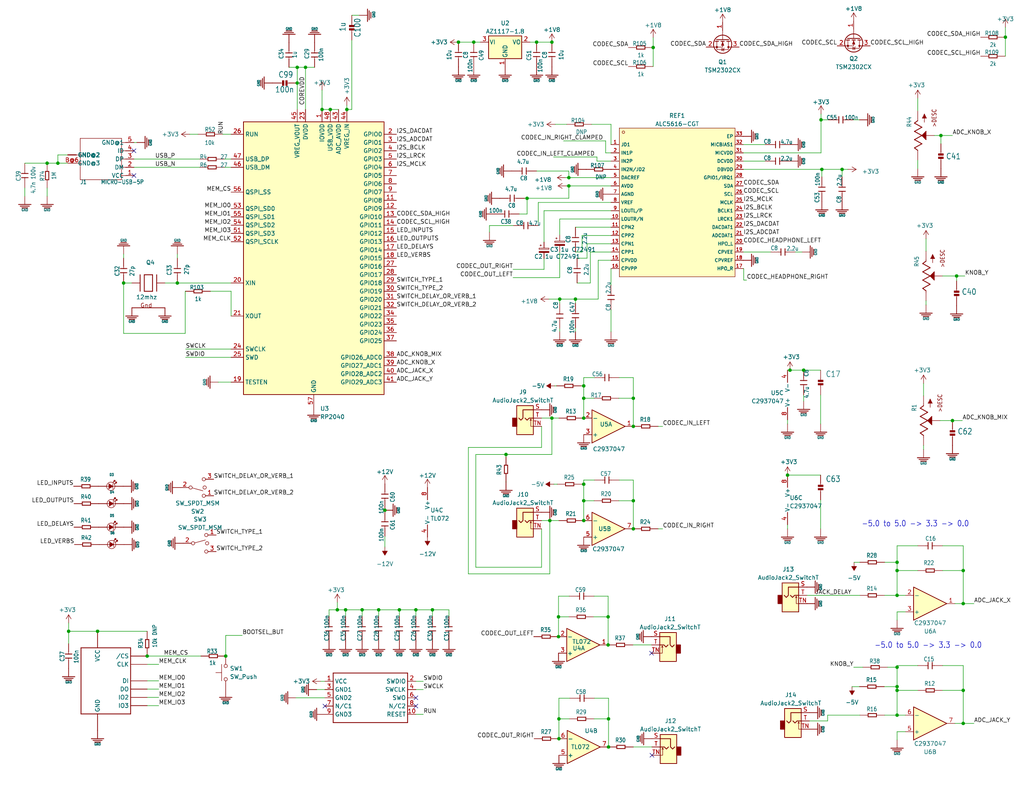
<source format=kicad_sch>
(kicad_sch (version 20221206) (generator eeschema)
  (paper "User" 314.579 245.694)
  (junction (at 103.632 187.452))
  (junction (at 29.972 194.056))
  (junction (at 179.324 118.618))
  (junction (at 295.91 212.217))
  (junction (at 179.324 160.02))
  (junction (at 258.699 52.07))
  (junction (at 169.545 12.954))
  (junction (at 168.91 160.02))
  (junction (at 194.564 131.064))
  (junction (at 194.564 153.924))
  (junction (at 132.842 187.452))
  (junction (at 171.704 227.076))
  (junction (at 169.545 128.524))
  (junction (at 171.958 91.948))
  (junction (at 116.332 187.452))
  (junction (at 179.324 128.524))
  (junction (at 171.323 -5.715))
  (junction (at 295.91 222.377))
  (junction (at 179.324 122.428))
  (junction (at 186.944 220.98))
  (junction (at 145.542 12.954))
  (junction (at 161.925 60.96))
  (junction (at 171.577 189.611))
  (junction (at 308.864 11.43))
  (junction (at 37.973 86.995))
  (junction (at 292.608 129.286))
  (junction (at 91.313 20.701))
  (junction (at 275.59 175.387))
  (junction (at 275.59 212.217))
  (junction (at 174.752 57.15))
  (junction (at 111.252 187.452))
  (junction (at 186.817 189.611))
  (junction (at 194.564 162.56))
  (junction (at 179.324 153.924))
  (junction (at 91.313 25.527))
  (junction (at 293.878 84.836))
  (junction (at 17.78 50.165))
  (junction (at 295.91 175.387))
  (junction (at 289.052 41.656))
  (junction (at 69.342 201.676))
  (junction (at 127.762 187.452))
  (junction (at 171.577 195.707))
  (junction (at 171.704 220.98))
  (junction (at 45.212 201.676))
  (junction (at 118.237 156.845))
  (junction (at 101.473 33.655))
  (junction (at 200.66 14.605))
  (junction (at 176.784 91.948))
  (junction (at 186.817 198.247))
  (junction (at 106.553 33.655))
  (junction (at 122.682 187.452))
  (junction (at 21.082 194.056))
  (junction (at 140.843 12.954))
  (junction (at 275.59 183.007))
  (junction (at 179.324 148.844))
  (junction (at 171.323 -20.955))
  (junction (at 54.483 86.995))
  (junction (at 93.853 20.701))
  (junction (at 275.59 211.074))
  (junction (at 174.752 54.61))
  (junction (at 186.944 229.616))
  (junction (at 164.846 12.954))
  (junction (at 14.478 50.165))
  (junction (at 295.91 185.547))
  (junction (at 241.935 146.05))
  (junction (at 275.59 172.847))
  (junction (at 252.476 52.07))
  (junction (at 155.448 139.7))
  (junction (at 275.59 219.837))
  (junction (at 106.172 187.452))
  (junction (at 242.697 113.792))
  (junction (at 252.222 36.83))
  (junction (at 98.933 33.655))
  (junction (at 275.59 205.105))
  (junction (at 194.564 122.428))
  (junction (at 246.888 113.792))
  (no_connect (at 200.152 200.787))
  (no_connect (at 41.148 53.975))
  (no_connect (at 200.279 232.156))
  (no_connect (at 41.148 46.355))
  (no_connect (at 127.762 217.043))
  (no_connect (at 127.762 214.503))
  (no_connect (at 99.822 217.043))
  (wire (pts (xy 272.669 205.105) (xy 275.59 205.105)))
  (wire (pts (xy 181.737 38.227) (xy 187.706 38.227)))
  (wire (pts (xy 187.706 74.93) (xy 180.34 74.93)))
  (wire (pts (xy 45.212 209.296) (xy 48.768 209.296)))
  (wire (pts (xy 252.222 36.83) (xy 252.222 46.99)))
  (wire (pts (xy 186.055 46.99) (xy 187.706 46.99)))
  (wire (pts (xy 169.545 139.7) (xy 169.545 128.524)))
  (wire (pts (xy 171.704 214.63) (xy 171.704 220.98)))
  (wire (pts (xy 190.246 147.574) (xy 194.564 147.574)))
  (wire (pts (xy 171.958 101.981) (xy 171.958 100.965)))
  (wire (pts (xy 175.006 214.63) (xy 171.704 214.63)))
  (wire (pts (xy 178.562 118.618) (xy 179.324 118.618)))
  (wire (pts (xy 173.101 43.307) (xy 186.055 43.307)))
  (wire (pts (xy 258.699 52.07) (xy 252.476 52.07)))
  (wire (pts (xy 166.37 174.371) (xy 146.177 174.371)))
  (wire (pts (xy 246.888 113.792) (xy 242.697 113.792)))
  (wire (pts (xy 183.388 48.26) (xy 183.388 49.53)))
  (wire (pts (xy 293.37 185.547) (xy 295.91 185.547)))
  (wire (pts (xy 174.752 57.15) (xy 187.706 57.15)))
  (wire (pts (xy 187.706 69.85) (xy 176.784 69.85)))
  (wire (pts (xy 183.388 49.53) (xy 187.706 49.53)))
  (wire (pts (xy 161.925 60.96) (xy 174.752 60.96)))
  (wire (pts (xy 101.473 33.655) (xy 104.013 33.655)))
  (wire (pts (xy 132.842 187.452) (xy 137.922 187.452)))
  (wire (pts (xy 264.033 36.83) (xy 262.128 36.83)))
  (wire (pts (xy 194.564 147.574) (xy 194.564 153.924)))
  (wire (pts (xy 161.925 65.786) (xy 161.925 60.96)))
  (wire (pts (xy 176.784 93.218) (xy 176.784 91.948)))
  (wire (pts (xy 179.324 147.574) (xy 179.324 148.844)))
  (wire (pts (xy 194.564 153.924) (xy 194.564 162.56)))
  (wire (pts (xy 228.473 82.55) (xy 228.346 82.55)))
  (wire (pts (xy 241.935 162.56) (xy 241.935 161.29)))
  (wire (pts (xy 182.499 220.98) (xy 186.944 220.98)))
  (wire (pts (xy 106.553 32.385) (xy 106.553 33.655)))
  (wire (pts (xy 241.935 130.302) (xy 241.935 129.032)))
  (wire (pts (xy 161.163 60.96) (xy 161.925 60.96)))
  (wire (pts (xy 127.762 187.452) (xy 132.842 187.452)))
  (wire (pts (xy 179.324 118.618) (xy 179.324 122.428)))
  (wire (pts (xy 174.752 60.96) (xy 174.752 57.15)))
  (wire (pts (xy 166.37 128.524) (xy 169.545 128.524)))
  (wire (pts (xy 200.66 11.557) (xy 200.66 14.605)))
  (wire (pts (xy 171.958 85.344) (xy 171.958 77.343)))
  (wire (pts (xy 182.499 153.924) (xy 179.324 153.924)))
  (wire (pts (xy 67.056 117.475) (xy 70.993 117.475)))
  (wire (pts (xy 252.095 121.412) (xy 252.095 130.302)))
  (wire (pts (xy 252.476 52.07) (xy 228.346 52.07)))
  (wire (pts (xy 203.581 162.56) (xy 202.184 162.56)))
  (wire (pts (xy 176.784 100.838) (xy 176.784 101.981)))
  (wire (pts (xy 56.896 89.535) (xy 57.023 89.535)))
  (wire (pts (xy 61.341 51.435) (xy 41.148 51.435)))
  (wire (pts (xy 17.78 47.625) (xy 17.78 50.165)))
  (wire (pts (xy 68.961 51.435) (xy 70.993 51.435)))
  (wire (pts (xy 281.94 175.387) (xy 275.59 175.387)))
  (wire (pts (xy 181.356 86.995) (xy 177.292 86.995)))
  (wire (pts (xy 174.752 54.61) (xy 187.706 54.61)))
  (wire (pts (xy 281.94 30.226) (xy 281.94 34.036)))
  (wire (pts (xy 166.37 160.02) (xy 168.91 160.02)))
  (wire (pts (xy 54.483 86.995) (xy 70.993 86.995)))
  (wire (pts (xy 187.706 95.25) (xy 187.706 101.981)))
  (wire (pts (xy 155.448 139.7) (xy 169.545 139.7)))
  (wire (pts (xy 17.78 47.625) (xy 20.828 47.625)))
  (wire (pts (xy 37.973 86.995) (xy 37.973 102.489)))
  (wire (pts (xy 281.94 204.597) (xy 275.59 204.597)))
  (wire (pts (xy 45.212 214.376) (xy 48.768 214.376)))
  (wire (pts (xy 137.922 187.452) (xy 137.922 189.484)))
  (wire (pts (xy 171.958 93.345) (xy 171.958 91.948)))
  (wire (pts (xy 108.077 12.319) (xy 108.077 33.655)))
  (wire (pts (xy 116.332 189.484) (xy 116.332 187.452)))
  (wire (pts (xy 176.784 91.948) (xy 171.958 91.948)))
  (wire (pts (xy 37.973 86.995) (xy 40.513 86.995)))
  (wire (pts (xy 187.706 72.39) (xy 178.816 72.39)))
  (wire (pts (xy 288.798 129.286) (xy 292.608 129.286)))
  (wire (pts (xy 167.132 82.804) (xy 167.132 79.502)))
  (wire (pts (xy 252.095 113.792) (xy 246.888 113.792)))
  (wire (pts (xy 91.313 20.701) (xy 88.773 20.701)))
  (wire (pts (xy 284.48 73.406) (xy 284.48 77.216)))
  (wire (pts (xy 254.254 221.615) (xy 248.666 221.615)))
  (wire (pts (xy 17.78 50.165) (xy 20.828 50.165)))
  (wire (pts (xy 275.59 175.387) (xy 275.59 183.007)))
  (wire (pts (xy 275.59 172.847) (xy 275.59 175.387)))
  (wire (pts (xy 93.853 20.701) (xy 93.853 33.655)))
  (wire (pts (xy 295.91 222.377) (xy 299.212 222.377)))
  (wire (pts (xy 157.607 82.804) (xy 167.132 82.804)))
  (wire (pts (xy 275.59 188.087) (xy 275.59 190.627)))
  (wire (pts (xy 14.478 57.785) (xy 14.478 60.325)))
  (wire (pts (xy 169.545 128.524) (xy 171.704 128.524)))
  (wire (pts (xy 187.706 38.227) (xy 187.706 44.45)))
  (wire (pts (xy 70.993 107.315) (xy 57.023 107.315)))
  (wire (pts (xy 173.736 54.61) (xy 174.752 54.61)))
  (wire (pts (xy 106.172 189.484) (xy 106.172 187.452)))
  (wire (pts (xy 281.94 51.816) (xy 281.94 49.276)))
  (wire (pts (xy 157.607 85.344) (xy 171.958 85.344)))
  (wire (pts (xy 174.879 183.261) (xy 171.577 183.261)))
  (wire (pts (xy 110.363 4.699) (xy 108.077 4.699)))
  (wire (pts (xy 162.179 -5.715) (xy 166.243 -5.715)))
  (wire (pts (xy 167.132 74.422) (xy 167.132 64.77)))
  (wire (pts (xy 186.944 214.63) (xy 186.944 220.98)))
  (wire (pts (xy 186.817 189.611) (xy 186.817 198.247)))
  (wire (pts (xy 98.933 27.686) (xy 98.933 33.655)))
  (wire (pts (xy 91.313 25.527) (xy 91.313 20.701)))
  (wire (pts (xy 281.94 167.767) (xy 275.59 167.767)))
  (wire (pts (xy 180.34 74.93) (xy 180.34 79.375)))
  (wire (pts (xy 292.608 129.286) (xy 295.656 129.286)))
  (wire (pts (xy 170.561 38.227) (xy 174.117 38.227)))
  (wire (pts (xy 200.279 229.616) (xy 194.564 229.616)))
  (wire (pts (xy 127.762 209.423) (xy 130.048 209.423)))
  (wire (pts (xy 289.56 167.767) (xy 295.91 167.767)))
  (wire (pts (xy 118.237 157.226) (xy 118.237 156.845)))
  (wire (pts (xy 246.38 77.47) (xy 244.348 77.47)))
  (wire (pts (xy 228.346 49.53) (xy 235.077 49.53)))
  (wire (pts (xy 103.632 187.452) (xy 101.092 187.452)))
  (wire (pts (xy 171.704 220.98) (xy 171.704 227.076)))
  (wire (pts (xy 45.212 211.836) (xy 48.768 211.836)))
  (wire (pts (xy 200.66 14.605) (xy 200.66 20.447)))
  (wire (pts (xy 182.626 147.574) (xy 179.324 147.574)))
  (wire (pts (xy 132.842 189.484) (xy 132.842 187.452)))
  (wire (pts (xy 174.879 220.98) (xy 171.704 220.98)))
  (wire (pts (xy 186.817 183.261) (xy 186.817 189.611)))
  (wire (pts (xy 50.673 86.995) (xy 54.483 86.995)))
  (wire (pts (xy 155.448 148.082) (xy 155.448 148.209)))
  (wire (pts (xy 70.993 89.535) (xy 70.993 97.155)))
  (wire (pts (xy 252.476 54.356) (xy 252.476 52.07)))
  (wire (pts (xy 21.082 194.056) (xy 29.972 194.056)))
  (wire (pts (xy 98.552 209.423) (xy 99.822 209.423)))
  (wire (pts (xy 165.354 62.23) (xy 165.354 69.342)))
  (wire (pts (xy 7.62 57.785) (xy 7.62 60.325)))
  (wire (pts (xy 150.368 69.342) (xy 150.368 71.374)))
  (wire (pts (xy 289.052 44.196) (xy 289.052 41.656)))
  (wire (pts (xy 68.961 48.895) (xy 70.993 48.895)))
  (wire (pts (xy 287.02 41.656) (xy 289.052 41.656)))
  (wire (pts (xy 179.324 153.924) (xy 179.324 160.02)))
  (wire (pts (xy 166.37 131.064) (xy 166.37 137.541)))
  (wire (pts (xy 262.382 172.847) (xy 264.16 172.847)))
  (wire (pts (xy 158.369 -20.955) (xy 166.243 -20.955)))
  (wire (pts (xy 252.095 146.05) (xy 241.935 146.05)))
  (wire (pts (xy 54.483 78.105) (xy 54.483 79.375)))
  (wire (pts (xy 308.864 8.382) (xy 308.864 11.43)))
  (wire (pts (xy 187.706 82.55) (xy 187.706 87.63)))
  (wire (pts (xy 295.91 185.547) (xy 299.212 185.547)))
  (wire (pts (xy 98.933 33.655) (xy 101.473 33.655)))
  (wire (pts (xy 252.095 153.67) (xy 252.095 162.56)))
  (wire (pts (xy 200.152 198.247) (xy 194.437 198.247)))
  (wire (pts (xy 108.077 33.655) (xy 106.553 33.655)))
  (wire (pts (xy 61.341 48.895) (xy 41.148 48.895)))
  (wire (pts (xy 93.853 20.701) (xy 91.313 20.701)))
  (wire (pts (xy 190.119 122.428) (xy 194.564 122.428)))
  (wire (pts (xy 190.246 116.078) (xy 194.564 116.078)))
  (wire (pts (xy 194.564 116.078) (xy 194.564 122.428)))
  (wire (pts (xy 275.59 167.767) (xy 275.59 172.847)))
  (wire (pts (xy 69.342 195.326) (xy 69.342 201.676)))
  (wire (pts (xy 178.816 148.844) (xy 179.324 148.844)))
  (wire (pts (xy 179.324 148.844) (xy 179.324 153.924)))
  (wire (pts (xy 271.78 219.837) (xy 275.59 219.837)))
  (wire (pts (xy 181.356 -13.335) (xy 176.403 -13.335)))
  (wire (pts (xy 252.222 46.99) (xy 228.346 46.99)))
  (wire (pts (xy 228.346 77.47) (xy 236.728 77.47)))
  (wire (pts (xy 228.346 44.45) (xy 235.077 44.45)))
  (wire (pts (xy 60.833 41.275) (xy 58.293 41.275)))
  (wire (pts (xy 295.91 212.217) (xy 295.91 222.377)))
  (wire (pts (xy 242.697 113.792) (xy 241.935 113.792)))
  (wire (pts (xy 159.512 65.786) (xy 161.925 65.786)))
  (wire (pts (xy 179.324 116.078) (xy 179.324 118.618)))
  (wire (pts (xy 111.252 189.484) (xy 111.252 187.452)))
  (wire (pts (xy 295.91 204.597) (xy 295.91 212.217)))
  (wire (pts (xy 229.362 86.106) (xy 228.473 86.106)))
  (wire (pts (xy 289.052 41.656) (xy 292.608 41.656)))
  (wire (pts (xy 252.222 35.052) (xy 252.222 36.83)))
  (wire (pts (xy 289.56 84.836) (xy 293.878 84.836)))
  (wire (pts (xy 157.734 69.342) (xy 150.368 69.342)))
  (wire (pts (xy 281.94 212.217) (xy 275.59 212.217)))
  (wire (pts (xy 203.581 131.064) (xy 202.184 131.064)))
  (wire (pts (xy 289.56 175.387) (xy 295.91 175.387)))
  (wire (pts (xy 145.542 12.954) (xy 147.574 12.954)))
  (wire (pts (xy 186.055 43.307) (xy 186.055 46.99)))
  (wire (pts (xy 118.237 164.846) (xy 118.237 168.148)))
  (wire (pts (xy 146.177 139.7) (xy 155.448 139.7)))
  (wire (pts (xy 168.91 160.02) (xy 171.704 160.02)))
  (wire (pts (xy 275.59 224.917) (xy 275.59 227.457)))
  (wire (pts (xy 293.37 222.377) (xy 295.91 222.377)))
  (wire (pts (xy 275.59 211.074) (xy 275.59 212.217)))
  (wire (pts (xy 182.626 214.63) (xy 186.944 214.63)))
  (wire (pts (xy 284.48 93.726) (xy 284.48 92.456)))
  (wire (pts (xy 289.56 204.597) (xy 295.91 204.597)))
  (wire (pts (xy 122.682 189.484) (xy 122.682 187.452)))
  (wire (pts (xy 275.59 205.105) (xy 275.59 211.074)))
  (wire (pts (xy 167.132 64.77) (xy 187.706 64.77)))
  (wire (pts (xy 283.718 117.856) (xy 283.718 121.666)))
  (wire (pts (xy 143.891 176.403) (xy 168.91 176.403)))
  (wire (pts (xy 143.891 137.541) (xy 143.891 176.403)))
  (wire (pts (xy 254.254 219.837) (xy 264.16 219.837)))
  (wire (pts (xy 178.816 72.39) (xy 178.816 77.47)))
  (wire (pts (xy 308.864 11.43) (xy 308.864 17.272)))
  (wire (pts (xy 56.896 102.489) (xy 56.896 89.535)))
  (wire (pts (xy 168.91 176.403) (xy 168.91 160.02)))
  (wire (pts (xy 275.59 219.837) (xy 278.13 219.837)))
  (wire (pts (xy 275.59 212.217) (xy 275.59 219.837)))
  (wire (pts (xy 187.706 62.23) (xy 165.354 62.23)))
  (wire (pts (xy 127.762 219.583) (xy 130.048 219.583)))
  (wire (pts (xy 164.846 52.578) (xy 174.752 52.578)))
  (wire (pts (xy 7.62 50.165) (xy 14.478 50.165)))
  (wire (pts (xy 183.388 -5.715) (xy 171.323 -5.715)))
  (wire (pts (xy 194.564 122.428) (xy 194.564 131.064)))
  (wire (pts (xy 254.508 36.83) (xy 252.222 36.83)))
  (wire (pts (xy 271.653 211.074) (xy 275.59 211.074)))
  (wire (pts (xy 45.212 201.676) (xy 61.722 201.676)))
  (wire (pts (xy 168.656 91.948) (xy 171.958 91.948)))
  (wire (pts (xy 182.372 189.611) (xy 186.817 189.611)))
  (wire (pts (xy 295.91 175.387) (xy 295.91 185.547)))
  (wire (pts (xy 228.473 86.106) (xy 228.473 82.55)))
  (wire (pts (xy 118.237 156.845) (xy 118.237 156.337)))
  (wire (pts (xy 271.78 183.007) (xy 275.59 183.007)))
  (wire (pts (xy 37.973 102.489) (xy 56.896 102.489)))
  (wire (pts (xy 169.545 12.954) (xy 164.846 12.954)))
  (wire (pts (xy 275.59 183.007) (xy 278.13 183.007)))
  (wire (pts (xy 187.706 77.47) (xy 181.356 77.47)))
  (wire (pts (xy 122.682 187.452) (xy 127.762 187.452)))
  (wire (pts (xy 127.762 211.963) (xy 130.048 211.963)))
  (wire (pts (xy 265.049 205.105) (xy 262.255 205.105)))
  (wire (pts (xy 21.082 191.516) (xy 21.082 194.056)))
  (wire (pts (xy 171.958 67.31) (xy 187.706 67.31)))
  (wire (pts (xy 91.313 25.527) (xy 91.313 33.655)))
  (wire (pts (xy 275.59 224.917) (xy 278.13 224.917)))
  (wire (pts (xy 176.784 91.948) (xy 183.769 91.948)))
  (wire (pts (xy 111.252 187.452) (xy 116.332 187.452)))
  (wire (pts (xy 271.78 172.847) (xy 275.59 172.847)))
  (wire (pts (xy 14.478 50.165) (xy 17.78 50.165)))
  (wire (pts (xy 180.34 79.375) (xy 177.292 79.375)))
  (wire (pts (xy 116.332 187.452) (xy 122.682 187.452)))
  (wire (pts (xy 96.647 20.701) (xy 93.853 20.701)))
  (wire (pts (xy 57.023 109.855) (xy 70.993 109.855)))
  (wire (pts (xy 103.632 187.452) (xy 106.172 187.452)))
  (wire (pts (xy 182.626 116.078) (xy 179.324 116.078)))
  (wire (pts (xy 166.37 137.541) (xy 143.891 137.541)))
  (wire (pts (xy 246.888 123.317) (xy 246.888 121.412)))
  (wire (pts (xy 183.388 -20.955) (xy 171.323 -20.955)))
  (wire (pts (xy 29.972 194.056) (xy 45.212 194.056)))
  (wire (pts (xy 146.177 174.371) (xy 146.177 139.7)))
  (wire (pts (xy 275.59 188.087) (xy 278.13 188.087)))
  (wire (pts (xy 68.453 41.275) (xy 70.993 41.275)))
  (wire (pts (xy 70.993 89.535) (xy 64.643 89.535)))
  (wire (pts (xy 295.91 167.767) (xy 295.91 175.387)))
  (wire (pts (xy 182.499 122.428) (xy 179.324 122.428)))
  (wire (pts (xy 190.119 153.924) (xy 194.564 153.924)))
  (wire (pts (xy 181.356 77.47) (xy 181.356 86.995)))
  (wire (pts (xy 171.577 189.611) (xy 171.577 195.707)))
  (wire (pts (xy 283.718 138.176) (xy 283.718 136.906)))
  (wire (pts (xy 164.846 12.954) (xy 162.814 12.954)))
  (wire (pts (xy 247.904 183.007) (xy 264.16 183.007)))
  (wire (pts (xy 127.762 189.484) (xy 127.762 187.452)))
  (wire (pts (xy 173.99 57.15) (xy 174.752 57.15)))
  (wire (pts (xy 171.577 183.261) (xy 171.577 189.611)))
  (wire (pts (xy 140.843 12.954) (xy 145.542 12.954)))
  (wire (pts (xy 179.324 122.428) (xy 179.324 128.524)))
  (wire (pts (xy 187.706 80.01) (xy 183.769 80.01)))
  (wire (pts (xy 45.212 204.216) (xy 48.768 204.216)))
  (wire (pts (xy 170.053 48.26) (xy 183.388 48.26)))
  (wire (pts (xy 42.037 43.815) (xy 41.148 43.815)))
  (wire (pts (xy 183.769 80.01) (xy 183.769 91.948)))
  (wire (pts (xy 186.944 220.98) (xy 186.944 229.616)))
  (wire (pts (xy 166.37 162.56) (xy 166.37 174.371)))
  (wire (pts (xy 21.082 194.056) (xy 21.082 197.866)))
  (wire (pts (xy 174.752 52.578) (xy 174.752 54.61)))
  (wire (pts (xy 170.18 148.844) (xy 171.196 148.844)))
  (wire (pts (xy 74.422 195.326) (xy 69.342 195.326)))
  (wire (pts (xy 293.878 84.836) (xy 296.418 84.836)))
  (wire (pts (xy 155.448 140.462) (xy 155.448 139.7)))
  (wire (pts (xy 101.092 187.452) (xy 101.092 189.484)))
  (wire (pts (xy 106.172 187.452) (xy 111.252 187.452)))
  (wire (pts (xy 174.752 189.611) (xy 171.577 189.611)))
  (wire (pts (xy 289.56 212.217) (xy 295.91 212.217)))
  (wire (pts (xy 260.477 52.07) (xy 258.699 52.07)))
  (wire (pts (xy 99.822 214.503) (xy 90.932 214.503)))
  (wire (pts (xy 45.212 216.916) (xy 48.768 216.916)))
  (wire (pts (xy 275.59 204.597) (xy 275.59 205.105)))
  (wire (pts (xy 103.632 185.166) (xy 103.632 187.452)))
  (wire (pts (xy 99.822 211.963) (xy 97.282 211.963)))
  (wire (pts (xy 258.699 54.356) (xy 258.699 52.07)))
  (wire (pts (xy 37.973 78.105) (xy 37.973 79.375)))
  (wire (pts (xy 178.816 77.47) (xy 176.784 77.47)))
  (wire (pts (xy 171.958 72.263) (xy 171.958 67.31)))
  (wire (pts (xy 293.878 86.36) (xy 293.878 84.836)))
  (wire (pts (xy 182.499 183.261) (xy 186.817 183.261)))
  (wire (pts (xy 254.254 219.837) (xy 254.254 221.615)))
  (wire (pts (xy 170.434 118.618) (xy 170.942 118.618)))
  (wire (pts (xy 261.747 211.074) (xy 264.033 211.074)))
  (text "-5.0 to 5.0 -> 3.3 -> 0.0" (at 268.605 199.517 0) (effects (font (size 1.778 1.5113)) (justify left bottom)))
  (text "-5.0 to 5.0 -> 3.3 -> 0.0" (at 264.668 162.179 0) (effects (font (size 1.778 1.5113)) (justify left bottom)))
  (label "MEM_CLK" (at 70.993 74.295 180) (effects (font (size 1.2446 1.2446))))
  (label "USB_N" (at 47.625 51.435 0))
  (label "CODEC_SDA" (at 216.916 14.478 180))
  (label "ADC_JACK_X" (at 121.793 114.935 0) (effects (font (size 1.2446 1.2446))))
  (label "JACK_DELAY" (at 261.62 183.007 180) (effects (font (size 1.2446 1.2446))))
  (label "ADC_KNOB_MIX" (at 121.793 109.855 0) (effects (font (size 1.2446 1.2446))))
  (label "CODEC_IN_RIGHT" (at 158.369 -20.955 180))
  (label "I2S_DACDAT" (at 228.346 69.85 0))
  (label "I2S_LRCK" (at 228.346 67.31 0))
  (label "SWITCH_DELAY_OR_VERB_2" (at 65.659 152.4 0) (effects (font (size 1.2446 1.2446))))
  (label "BOOTSEL_BUT" (at 74.422 195.326 0) (effects (font (size 1.2446 1.2446))))
  (label "CODEC_IN_LEFT" (at 203.581 131.064 0))
  (label "SWITCH_DELAY_OR_VERB_1" (at 121.793 92.075 0) (effects (font (size 1.2446 1.2446))))
  (label "LED_INPUTS" (at 22.606 149.479 180))
  (label "ADC_JACK_Y" (at 299.212 222.377 0) (effects (font (size 1.2446 1.2446))))
  (label "CODEC_SDA" (at 193.04 14.605 180))
  (label "CODEC_IN_RIGHT_CLAMPED" (at 185.293 43.307 180))
  (label "SWITCH_DELAY_OR_VERB_1" (at 65.659 147.32 0) (effects (font (size 1.2446 1.2446))))
  (label "SWITCH_TYPE_1" (at 66.421 164.465 0) (effects (font (size 1.2446 1.2446))))
  (label "CODEC_SCL" (at 257.175 14.097 180))
  (label "MEM_IO2" (at 48.768 214.376 0) (effects (font (size 1.2446 1.2446))))
  (label "SWITCH_DELAY_OR_VERB_2" (at 121.793 94.615 0) (effects (font (size 1.2446 1.2446))))
  (label "SWCLK" (at 130.048 211.963 0) (effects (font (size 1.2446 1.2446))))
  (label "I2S_ADCDAT" (at 228.346 72.39 0))
  (label "MEM_IO3" (at 70.993 71.755 180) (effects (font (size 1.2446 1.2446))))
  (label "CODEC_SCL" (at 193.04 20.447 180))
  (label "I2S_BCLK" (at 121.793 46.355 0))
  (label "CODEC_SDA_HIGH" (at 301.244 11.43 180))
  (label "CODEC_IN_RIGHT_CLAMPED" (at 183.388 -20.955 0))
  (label "KNOB_Y" (at 262.255 205.105 180) (effects (font (size 1.2446 1.2446))))
  (label "LED_OUTPUTS" (at 121.793 74.295 0))
  (label "CODEC_OUT_LEFT" (at 163.957 195.707 180))
  (label "SWDIO" (at 130.048 209.423 0) (effects (font (size 1.2446 1.2446))))
  (label "SWCLK" (at 57.023 107.315 0) (effects (font (size 1.2446 1.2446))))
  (label "I2S_MCLK" (at 228.346 62.23 0))
  (label "SWITCH_TYPE_2" (at 121.793 89.535 0) (effects (font (size 1.2446 1.2446))))
  (label "ADC_KNOB_X" (at 292.608 41.656 0) (effects (font (size 1.2446 1.2446))))
  (label "CODEC_IN_RIGHT" (at 203.581 162.56 0))
  (label "CODEC_SDA" (at 228.346 57.15 0))
  (label "CODEC_HEADPHONE_LEFT" (at 228.346 74.93 0))
  (label "CODEC_OUT_RIGHT" (at 157.607 82.804 180))
  (label "CODEC_SCL_HIGH" (at 121.793 69.215 0))
  (label "MEM_IO1" (at 70.993 66.675 180) (effects (font (size 1.2446 1.2446))))
  (label "MEM_IO1" (at 48.768 211.836 0) (effects (font (size 1.2446 1.2446))))
  (label "LED_OUTPUTS" (at 22.733 154.813 180))
  (label "LED_VERBS" (at 121.793 79.375 0))
  (label "I2S_LRCK" (at 121.793 48.895 0))
  (label "CODEC_OUT_LEFT" (at 157.607 85.344 180))
  (label "CODEC_SCL_HIGH" (at 267.335 14.097 0))
  (label "CODEC_SDA_HIGH" (at 121.793 66.675 0))
  (label "CODEC_OUT_RIGHT" (at 164.084 227.076 180))
  (label "CODEC_SDA_HIGH" (at 227.076 14.478 0))
  (label "I2S_ADCDAT" (at 121.793 43.815 0))
  (label "SWITCH_TYPE_2" (at 66.421 169.545 0) (effects (font (size 1.2446 1.2446))))
  (label "RUN" (at 68.834 41.275 90) (effects (font (size 1.2446 1.2446))))
  (label "I2S_BCLK" (at 228.346 64.77 0))
  (label "I2S_MCLK" (at 121.793 51.435 0))
  (label "CODEC_IN_LEFT_CLAMPED" (at 183.388 -5.715 0))
  (label "ADC_KNOB_MIX" (at 295.656 129.286 0) (effects (font (size 1.2446 1.2446))))
  (label "COREVDD" (at 93.853 23.495 270))
  (label "RUN" (at 130.048 219.583 0) (effects (font (size 1.2446 1.2446))))
  (label "MEM_IO2" (at 70.993 69.215 180) (effects (font (size 1.2446 1.2446))))
  (label "CODEC_SCL_HIGH" (at 301.244 17.272 180))
  (label "SWDIO" (at 57.023 109.855 0) (effects (font (size 1.2446 1.2446))))
  (label "USB_P" (at 47.625 48.895 0))
  (label "MEM_CLK" (at 48.768 204.216 0) (effects (font (size 1.2446 1.2446))))
  (label "CODEC_IN_LEFT_CLAMPED" (at 182.753 48.26 180))
  (label "LED_INPUTS" (at 121.793 71.755 0))
  (label "CODEC_SCL" (at 228.346 59.69 0))
  (label "MEM_IO3" (at 48.768 216.916 0) (effects (font (size 1.2446 1.2446))))
  (label "MEM_CS" (at 50.292 201.676 0) (effects (font (size 1.2446 1.2446))))
  (label "SWITCH_TYPE_1" (at 121.793 86.995 0) (effects (font (size 1.2446 1.2446))))
  (label "MEM_IO0" (at 70.993 64.135 180) (effects (font (size 1.2446 1.2446))))
  (label "LED_DELAYS" (at 121.793 76.835 0))
  (label "MEM_IO0" (at 48.768 209.296 0) (effects (font (size 1.2446 1.2446))))
  (label "I2S_DACDAT" (at 121.793 41.275 0))
  (label "LED_DELAYS" (at 22.733 162.052 180))
  (label "CODEC_IN_LEFT" (at 162.179 -5.715 180))
  (label "LED_VERBS" (at 22.86 167.386 180))
  (label "MEM_CS" (at 70.993 59.055 180) (effects (font (size 1.2446 1.2446))))
  (label "ADC_JACK_X" (at 299.212 185.547 0) (effects (font (size 1.2446 1.2446))))
  (label "ADC_KNOB_X" (at 121.793 112.395 0) (effects (font (size 1.2446 1.2446))))
  (label "KNOB_Y" (at 296.418 84.836 0) (effects (font (size 1.2446 1.2446))))
  (label "CODEC_HEADPHONE_RIGHT" (at 229.362 86.106 0))
  (label "ADC_JACK_Y" (at 121.793 117.475 0) (effects (font (size 1.2446 1.2446))))
  (symbol (lib_id "TINRS - Wobbler (pico)sch-eagle-import:R-0603") (at 285.75 175.387 180) (unit 1)
    (property "Reference" "R22" (at 287.02 172.339 0) (effects (font (size 1.27 1.0795)) (justify left bottom)))
    (property "Value" "33k 0.1%" (at 287.274 176.657 0) (effects (font (size 1.27 1.0795)) (justify left bottom)))
    (property "Footprint" "Resistor_SMD:R_0603_1608Metric" (effects hide))
    (property "Value" "unknown" (effects hide))
  )
  (symbol (lib_id "TINRS - Wobbler (pico)sch-eagle-import:C-EUC0402") (at 108.077 9.779 180) (unit 1)
    (property "Reference" "C100" (at 108.839 5.461 90) (effects (font (size 1.778 1.5113)) (justify left bottom)))
    (property "Value" "1u" (at 104.267 6.731 90) (effects (font (size 1.778 1.5113)) (justify left bottom)))
    (property "Footprint" "Capacitor_SMD:C_0402_1005Metric" (effects hide))
  )
  (symbol (lib_id "power:+3.3V") (at 98.552 209.423 90) (unit 1)
    (property "Reference" "#PWR0141" (effects hide))
    (property "Value" "+3.3V" (at 95.25 209.4229 90) (effects (justify left)))
  )
  (symbol (lib_id "Amplifier_Operational:MCP6022") (at 244.475 121.412 0) (mirror x) (unit 3)
    (property "Reference" "U5" (at 240.792 120.777 0) (effects (justify right)))
    (property "Value" "C2937047" (at 240.792 123.317 0) (effects (justify right)))
    (property "Footprint" "Package_SO:SOIC-8_3.9x4.9mm_P1.27mm" (effects hide))
    (property "Datasheet" "http://ww1.microchip.com/downloads/en/devicedoc/20001685e.pdf" (effects hide))
  )
  (symbol (lib_id "TINRS - Wobbler (pico)sch-eagle-import:C-0805") (at 177.292 83.185 90) (unit 1)
    (property "Reference" "C8" (at 175.768 84.201 0) (effects (font (size 1.27 1.0795)) (justify left bottom)))
    (property "Value" "2.2u" (at 180.848 84.709 0) (effects (font (size 1.27 1.0795)) (justify left bottom)))
    (property "Footprint" "Capacitor_SMD:C_0603_1608Metric" (effects hide))
    (instances (project "WhiteRabbit" (path "" (reference "C8") (unit 1)) (path "" (reference "C12") (unit 1))))
  )
  (symbol (lib_id "TINRS - Wobbler (pico)sch-eagle-import:GND") (at 250.444 180.467 90) (unit 1)
    (property "Reference" "#GND0117" (effects hide))
    (property "Value" "GND" (at 251.714 180.467 0) (effects (font (size 0.762 0.6477)) (justify top)))
  )
  (symbol (lib_id "power:+1V8") (at 173.99 57.15 90) (unit 1)
    (property "Reference" "#PWR02" (effects hide))
    (property "Value" "+1V8" (at 169.672 57.785 90) (effects (justify left)))
  )
  (symbol (lib_id "TINRS - Wobbler (pico)sch-eagle-import:R-0603") (at 267.843 211.074 180) (unit 1)
    (property "Reference" "R15" (at 269.367 208.28 0) (effects (font (size 1.27 1.0795)) (justify left bottom)))
    (property "Value" "51k" (at 269.875 212.09 0) (effects (font (size 1.27 1.0795)) (justify left bottom)))
    (property "Footprint" "Resistor_SMD:R_0603_1608Metric" (effects hide))
    (property "Value" "unknown" (effects hide))
  )
  (symbol (lib_id "TINRS - Wobbler (pico)sch-eagle-import:GND") (at 258.699 64.516 0) (unit 1)
    (property "Reference" "#GND0143" (effects hide))
    (property "Value" "GND" (at 258.699 65.786 0) (effects (font (size 0.762 0.6477)) (justify top)))
  )
  (symbol (lib_id "TINRS - Wobbler (pico)sch-eagle-import:GND") (at 53.721 167.005 270) (mirror x) (unit 1)
    (property "Reference" "#GND026" (effects hide))
    (property "Value" "GND" (at 52.451 167.005 0) (effects (font (size 0.762 0.6477)) (justify top)))
  )
  (symbol (lib_id "TINRS - Wobbler (pico)sch-eagle-import:GND") (at 40.513 97.155 0) (unit 1)
    (property "Reference" "#GND088" (effects hide))
    (property "Value" "GND" (at 40.513 98.425 0) (effects (font (size 0.762 0.6477)) (justify top)))
  )
  (symbol (lib_id "power:+3.3V") (at 242.697 113.792 0) (unit 1)
    (property "Reference" "#PWR0120" (effects hide))
    (property "Value" "+3.3V" (at 245.745 109.728 0) (effects (justify right)))
  )
  (symbol (lib_id "power:+3.3V") (at 58.293 41.275 90) (unit 1)
    (property "Reference" "#PWR0140" (effects hide))
    (property "Value" "+3.3V" (at 54.991 41.2749 90) (effects (justify left)))
  )
  (symbol (lib_id "TINRS - Wobbler (pico)sch-eagle-import:GND") (at 179.324 167.64 0) (unit 1)
    (property "Reference" "#GND0144" (effects hide))
    (property "Value" "GND" (at 179.324 168.91 0) (effects (font (size 0.762 0.6477)) (justify top)))
  )
  (symbol (lib_id "TINRS - Wobbler (pico)sch-eagle-import:GND") (at 127.762 199.644 0) (unit 1)
    (property "Reference" "#GND0102" (effects hide))
    (property "Value" "GND" (at 127.762 200.914 0) (effects (font (size 0.762 0.6477)) (justify top)))
  )
  (symbol (lib_id "Connector_Audio:AudioJack2_SwitchT") (at 205.359 229.616 0) (mirror y) (unit 1)
    (property "Reference" "J12" (at 205.994 221.615 0))
    (property "Value" "AudioJack2_SwitchT" (at 205.994 224.155 0))
    (property "Footprint" "AudioJacks:Jack_3.5mm_QingPu_WQP-PJ301M-12_Vertical" (effects hide))
  )
  (symbol (lib_id "TINRS - Wobbler (pico)sch-eagle-import:R-0603") (at 175.514 160.02 180) (unit 1)
    (property "Reference" "R21" (at 177.038 157.226 0) (effects (font (size 1.27 1.0795)) (justify left bottom)))
    (property "Value" "100k" (at 177.038 160.782 0) (effects (font (size 1.27 1.0795)) (justify left bottom)))
    (property "Footprint" "Resistor_SMD:R_0603_1608Metric" (effects hide))
    (property "Value" "unknown" (effects hide))
  )
  (symbol (lib_id "TINRS - Wobbler (pico)sch-eagle-import:GND") (at 283.718 140.716 0) (mirror y) (unit 1)
    (property "Reference" "#GND0113" (effects hide))
    (property "Value" "GND" (at 283.718 141.986 0) (effects (font (size 0.762 0.6477)) (justify top)))
  )
  (symbol (lib_id "TINRS - Wobbler (pico)sch-eagle-import:GND") (at 176.784 104.521 0) (unit 1)
    (property "Reference" "#GND0128" (effects hide))
    (property "Value" "GND" (at 176.784 105.791 0) (effects (font (size 0.762 0.6477)) (justify top)))
  )
  (symbol (lib_id "Connector_Audio:AudioJack2_SwitchT") (at 242.824 183.007 0) (unit 1)
    (property "Reference" "J13" (at 242.189 175.006 0))
    (property "Value" "AudioJack2_SwitchT" (at 242.189 177.546 0))
    (property "Footprint" "AudioJacks:Jack_3.5mm_QingPu_WQP-PJ301M-12_Vertical" (effects hide))
  )
  (symbol (lib_id "TINRS - Wobbler (pico)sch-eagle-import:R-0603") (at 174.752 118.618 180) (unit 1)
    (property "Reference" "R19" (at 176.276 115.824 0) (effects (font (size 1.27 1.0795)) (justify left bottom)))
    (property "Value" "100k" (at 176.276 119.38 0) (effects (font (size 1.27 1.0795)) (justify left bottom)))
    (property "Footprint" "Resistor_SMD:R_0603_1608Metric" (effects hide))
    (property "Value" "unknown" (effects hide))
  )
  (symbol (lib_id "TINRS - Wobbler (pico)sch-eagle-import:GND") (at 169.545 23.114 0) (mirror y) (unit 1)
    (property "Reference" "#GND0134" (effects hide))
    (property "Value" "GND" (at 169.545 24.384 0) (effects (font (size 0.762 0.6477)) (justify top)))
  )
  (symbol (lib_id "TINRS - Wobbler (pico)sch-eagle-import:GND") (at 155.448 150.749 0) (unit 1)
    (property "Reference" "#GND0140" (effects hide))
    (property "Value" "GND" (at 155.448 152.019 0) (effects (font (size 0.762 0.6477)) (justify top)))
  )
  (symbol (lib_id "TINRS - Wobbler (pico)sch-eagle-import:MICRO-USB-5P") (at 30.988 48.895 0) (mirror x) (unit 1)
    (property "Reference" "J1" (at 24.638 55.245 0) (effects (font (size 1.27 1.0795)) (justify left bottom)))
    (property "Value" "MICRO-USB-5P" (at 30.988 55.245 0) (effects (font (size 1.27 1.0795)) (justify left bottom)))
    (property "Footprint" "TINRS - Wobbler (pico)sch:C132563" (effects hide))
  )
  (symbol (lib_id "power:+3.3V") (at 241.935 146.05 0) (unit 1)
    (property "Reference" "#PWR0119" (effects hide))
    (property "Value" "+3.3V" (at 244.983 141.986 0) (effects (justify right)))
  )
  (symbol (lib_id "Amplifier_Operational:TL072") (at 133.858 157.48 0) (unit 3)
    (property "Reference" "U4" (at 132.207 156.845 0) (effects (justify left)))
    (property "Value" "TL072" (at 132.207 159.385 0) (effects (justify left)))
    (property "Footprint" "Package_SO:SOIC-8_3.9x4.9mm_P1.27mm" (effects hide))
    (property "Datasheet" "http://www.ti.com/lit/ds/symlink/tl071.pdf" (effects hide))
  )
  (symbol (lib_id "TINRS - Wobbler (pico)sch-eagle-import:C-0402") (at 106.172 193.294 90) (unit 1)
    (property "Reference" "C35" (at 106.172 197.104 0) (effects (font (size 1.27 1.0795)) (justify left bottom)))
    (property "Value" "100n" (at 106.172 193.294 0) (effects (font (size 1.27 1.0795)) (justify left bottom)))
    (property "Footprint" "Capacitor_SMD:C_0402_1005Metric" (effects hide))
  )
  (symbol (lib_id "TINRS - Wobbler (pico)sch-eagle-import:C-0402") (at 145.542 16.764 270) (unit 1)
    (property "Reference" "C49" (at 147.193 15.367 0) (effects (font (size 1.27 1.0795)) (justify left bottom)))
    (property "Value" "100n" (at 143.764 18.034 0) (effects (font (size 1.27 1.0795)) (justify left bottom)))
    (property "Footprint" "Capacitor_SMD:C_0402_1005Metric" (effects hide))
  )
  (symbol (lib_id "TINRS - Wobbler (pico)sch-eagle-import:R-0603") (at 178.689 220.98 180) (unit 1)
    (property "Reference" "R29" (at 180.213 218.186 0) (effects (font (size 1.27 1.0795)) (justify left bottom)))
    (property "Value" "100k" (at 180.213 221.742 0) (effects (font (size 1.27 1.0795)) (justify left bottom)))
    (property "Footprint" "Resistor_SMD:R_0603_1608Metric" (effects hide))
    (property "Value" "unknown" (effects hide))
  )
  (symbol (lib_id "power:-5V") (at 262.382 172.847 180) (unit 1)
    (property "Reference" "#PWR0107" (effects hide))
    (property "Value" "-5V" (at 262.382 177.673 0))
  )
  (symbol (lib_id "TINRS - Wobbler (pico)sch-eagle-import:C-0603") (at 285.75 204.597 0) (unit 1)
    (property "Reference" "C15" (at 283.718 203.327 0) (effects (font (size 1.27 1.0795)) (justify left bottom)))
    (property "Value" "3.3nF" (at 283.21 207.899 0) (effects (font (size 1.27 1.0795)) (justify left bottom)))
    (property "Footprint" "Capacitor_SMD:C_0603_1608Metric" (effects hide))
    (property "Value" "unknown" (effects hide))
  )
  (symbol (lib_id "TINRS - Wobbler (pico)sch-eagle-import:GND") (at 250.444 185.547 90) (unit 1)
    (property "Reference" "#GND0121" (effects hide))
    (property "Value" "GND" (at 251.714 185.547 0) (effects (font (size 0.762 0.6477)) (justify top)))
  )
  (symbol (lib_id "Device:C_Polarized_Small") (at 167.132 76.962 0) (unit 1)
    (property "Reference" "C2" (at 164.084 78.867 0) (effects (justify left)))
    (property "Value" "1u C72491" (at 167.386 78.867 0) (effects (justify left)))
    (property "Footprint" "Capacitor_SMD:CP_Elec_4x3.9" (effects hide))
  )
  (symbol (lib_id "TINRS - Wobbler (pico)sch-eagle-import:R-0402") (at 177.927 38.227 0) (unit 1)
    (property "Reference" "R104" (at 175.387 37.719 0) (effects (font (size 1.27 1.0795)) (justify left bottom)))
    (property "Value" "DNP" (at 176.911 41.275 0) (effects (font (size 1.27 1.0795)) (justify left bottom)))
    (property "Footprint" "Resistor_SMD:R_0402_1005Metric" (effects hide))
  )
  (symbol (lib_id "TINRS - Wobbler (pico)sch-eagle-import:GND") (at 116.332 199.644 0) (unit 1)
    (property "Reference" "#GND0104" (effects hide))
    (property "Value" "GND" (at 116.332 200.914 0) (effects (font (size 0.762 0.6477)) (justify top)))
  )
  (symbol (lib_id "power:+12V") (at 118.237 148.717 0) (unit 1)
    (property "Reference" "#PWR06" (effects hide))
    (property "Value" "+12V" (at 118.237 145.034 0))
  )
  (symbol (lib_id "TINRS - Wobbler (pico)sch-eagle-import:GND") (at 245.237 44.45 90) (unit 1)
    (property "Reference" "#GND0129" (effects hide))
    (property "Value" "GND" (at 246.507 44.45 0) (effects (font (size 0.762 0.6477)) (justify top)))
  )
  (symbol (lib_id "power:+1V8") (at 169.545 12.954 0) (unit 1)
    (property "Reference" "#PWR08" (effects hide))
    (property "Value" "+1V8" (at 169.545 9.144 0))
  )
  (symbol (lib_id "TINRS - Wobbler (pico)sch-eagle-import:C-0402") (at 101.092 193.294 90) (unit 1)
    (property "Reference" "C36" (at 101.092 197.104 0) (effects (font (size 1.27 1.0795)) (justify left bottom)))
    (property "Value" "100n" (at 101.092 193.294 0) (effects (font (size 1.27 1.0795)) (justify left bottom)))
    (property "Footprint" "Capacitor_SMD:C_0402_1005Metric" (effects hide))
  )
  (symbol (lib_id "TINRS - Wobbler (pico)sch-eagle-import:C-0402") (at 122.682 193.294 90) (unit 1)
    (property "Reference" "C25" (at 122.682 197.104 0) (effects (font (size 1.27 1.0795)) (justify left bottom)))
    (property "Value" "100n" (at 122.682 193.294 0) (effects (font (size 1.27 1.0795)) (justify left bottom)))
    (property "Footprint" "Capacitor_SMD:C_0402_1005Metric" (effects hide))
  )
  (symbol (lib_id "TINRS - Wobbler (pico)sch-eagle-import:GND") (at 14.478 62.865 0) (unit 1)
    (property "Reference" "#GND0119" (effects hide))
    (property "Value" "GND" (at 14.478 64.135 0) (effects (font (size 0.762 0.6477)) (justify top)))
  )
  (symbol (lib_id "TINRS - Wobbler (pico)sch-eagle-import:GND") (at 64.516 117.475 270) (unit 1)
    (property "Reference" "#GND0147" (effects hide))
    (property "Value" "GND" (at 63.246 117.475 0) (effects (font (size 0.762 0.6477)) (justify top)))
  )
  (symbol (lib_id "TINRS - Wobbler (pico)sch-eagle-import:C-EUC0402") (at 289.052 46.736 0) (unit 1)
    (property "Reference" "C41" (at 290.576 49.022 0) (effects (font (size 1.778 1.5113)) (justify left bottom)))
    (property "Value" "100nF" (at 290.576 51.435 0) (effects (font (size 1.778 1.5113)) (justify left bottom)))
    (property "Footprint" "Capacitor_SMD:C_0402_1005Metric" (effects hide))
    (property "Value" "1759017" (effects hide))
  )
  (symbol (lib_id "TINRS - Wobbler (pico)sch-eagle-import:GND") (at 155.194 23.114 0) (unit 1)
    (property "Reference" "#GND0131" (effects hide))
    (property "Value" "GND" (at 155.194 24.384 0) (effects (font (size 0.762 0.6477)) (justify top)))
  )
  (symbol (lib_id "power:+1V8") (at 173.736 54.61 90) (unit 1)
    (property "Reference" "#PWR03" (effects hide))
    (property "Value" "+1V8" (at 169.418 55.245 90) (effects (justify left)))
  )
  (symbol (lib_id "TINRS - Wobbler (pico)sch-eagle-import:GND") (at 150.368 73.914 0) (unit 1)
    (property "Reference" "#GND095" (effects hide))
    (property "Value" "GND" (at 150.368 75.184 0) (effects (font (size 0.762 0.6477)) (justify top)))
  )
  (symbol (lib_id "MCU_RaspberryPi:RP2040") (at 96.393 79.375 0) (unit 1)
    (property "Reference" "U3" (at 98.3489 125.603 0) (effects (justify left)))
    (property "Value" "RP2040" (at 98.3489 128.143 0) (effects (justify left)))
    (property "Footprint" "Package_DFN_QFN:QFN-56-1EP_7x7mm_P0.4mm_EP3.2x3.2mm" (effects hide))
    (property "Datasheet" "https://datasheets.raspberrypi.com/rp2040/rp2040-datasheet.pdf" (effects hide))
  )
  (symbol (lib_id "TINRS - Wobbler (pico)sch-eagle-import:R-0402") (at 60.833 89.535 0) (unit 1)
    (property "Reference" "R103" (at 58.293 89.027 0) (effects (font (size 1.27 1.0795)) (justify left bottom)))
    (property "Value" "1k" (at 59.817 92.583 0) (effects (font (size 1.27 1.0795)) (justify left bottom)))
    (property "Footprint" "Resistor_SMD:R_0402_1005Metric" (effects hide))
  )
  (symbol (lib_id "WR_Codec_sch:ALC5616-CGT") (at 208.026 49.53 0) (unit 1)
    (property "Reference" "REF1" (at 208.026 35.56 0))
    (property "Value" "ALC5616-CGT" (at 208.026 38.1 0))
    (property "Footprint" "WR_Codec:QFN-32_L4.0-W4.0-P0.40-TL-EP2.7" (effects hide))
    (property "Datasheet" "https://cn.bing.com/search?q=datasheet： EFR32MG21A020F1024IM32-BR" (effects hide))
    (property "LCSC" "C472693" (effects hide))
  )
  (symbol (lib_id "TINRS - Wobbler (pico)sch-eagle-import:R-0603") (at 178.562 189.611 180) (unit 1)
    (property "Reference" "R36" (at 180.086 186.817 0) (effects (font (size 1.27 1.0795)) (justify left bottom)))
    (property "Value" "100k" (at 180.086 190.373 0) (effects (font (size 1.27 1.0795)) (justify left bottom)))
    (property "Footprint" "Resistor_SMD:R_0603_1608Metric" (effects hide))
    (property "Value" "unknown" (effects hide))
  )
  (symbol (lib_id "power:+3.3V") (at 21.082 191.516 0) (unit 1)
    (property "Reference" "#PWR0142" (effects hide))
    (property "Value" "+3.3V" (at 18.034 187.452 0) (effects (justify left)))
  )
  (symbol (lib_id "TINRS - Wobbler (pico)sch-eagle-import:GND") (at 275.59 229.997 0) (unit 1)
    (property "Reference" "#GND03" (effects hide))
    (property "Value" "GND" (at 275.59 231.267 0) (effects (font (size 0.762 0.6477)) (justify top)))
  )
  (symbol (lib_id "TINRS - Wobbler (pico)sch-eagle-import:GND") (at 40.513 154.813 90) (mirror x) (unit 1)
    (property "Reference" "#GND052" (effects hide))
    (property "Value" "GND" (at 41.783 154.813 0) (effects (font (size 0.762 0.6477)) (justify top)))
  )
  (symbol (lib_id "TINRS - Wobbler (pico)sch-eagle-import:GND") (at 171.958 104.521 0) (unit 1)
    (property "Reference" "#GND0127" (effects hide))
    (property "Value" "GND" (at 171.958 105.791 0) (effects (font (size 0.762 0.6477)) (justify top)))
  )
  (symbol (lib_id "TINRS - Wobbler (pico)sch-eagle-import:GND") (at 94.742 211.963 270) (unit 1)
    (property "Reference" "#GND0150" (effects hide))
    (property "Value" "GND" (at 93.472 211.963 0) (effects (font (size 0.762 0.6477)) (justify top)))
  )
  (symbol (lib_id "TINRS - Wobbler (pico)sch-eagle-import:C-EUC0402") (at 252.095 116.332 0) (unit 1)
    (property "Reference" "C17" (at 253.619 115.951 0) (effects (font (size 1.778 1.5113)) (justify left bottom)))
    (property "Value" "100nF" (at 253.619 121.031 0) (effects (font (size 1.778 1.5113)) (justify left bottom)))
    (property "Footprint" "Capacitor_SMD:C_0402_1005Metric" (effects hide))
    (property "Value" "1759017" (effects hide))
  )
  (symbol (lib_id "TINRS - Wobbler (pico)sch-eagle-import:C-0603") (at 186.436 147.574 0) (unit 1)
    (property "Reference" "C57" (at 184.404 146.304 0) (effects (font (size 1.27 1.0795)) (justify left bottom)))
    (property "Value" "33p" (at 183.896 150.876 0) (effects (font (size 1.27 1.0795)) (justify left bottom)))
    (property "Footprint" "Capacitor_SMD:C_0603_1608Metric" (effects hide))
    (property "Value" "unknown" (effects hide))
  )
  (symbol (lib_id "TINRS - Wobbler (pico)sch-eagle-import:R-0603") (at 26.543 154.813 180) (unit 1)
    (property "Reference" "R40" (at 28.067 152.019 0) (effects (font (size 1.27 1.0795)) (justify left bottom)))
    (property "Value" "56" (at 28.575 155.829 0) (effects (font (size 1.27 1.0795)) (justify left bottom)))
    (property "Footprint" "Resistor_SMD:R_0603_1608Metric" (effects hide))
    (property "Value" "unknown" (effects hide))
  )
  (symbol (lib_id "TINRS - Wobbler (pico)sch-eagle-import:GND") (at 187.706 104.521 0) (unit 1)
    (property "Reference" "#GND097" (effects hide))
    (property "Value" "GND" (at 187.706 105.791 0) (effects (font (size 0.762 0.6477)) (justify top)))
  )
  (symbol (lib_id "power:+12V") (at 131.318 149.86 0) (unit 1)
    (property "Reference" "#PWR04" (effects hide))
    (property "Value" "+12V" (at 131.318 146.177 0))
  )
  (symbol (lib_id "TINRS - Wobbler (pico)sch-eagle-import:GND") (at 122.682 199.644 0) (unit 1)
    (property "Reference" "#GND0101" (effects hide))
    (property "Value" "GND" (at 122.682 200.914 0) (effects (font (size 0.762 0.6477)) (justify top)))
  )
  (symbol (lib_id "TINRS - Wobbler (pico)sch-eagle-import:GND") (at 251.206 219.075 90) (unit 1)
    (property "Reference" "#GND0135" (effects hide))
    (property "Value" "GND" (at 252.476 219.075 0) (effects (font (size 0.762 0.6477)) (justify top)))
  )
  (symbol (lib_id "TINRS - Wobbler (pico)sch-eagle-import:GND") (at 197.739 227.076 270) (unit 1)
    (property "Reference" "#GND0149" (effects hide))
    (property "Value" "GND" (at 196.469 227.076 0) (effects (font (size 0.762 0.6477)) (justify top)))
  )
  (symbol (lib_id "TINRS - Wobbler (pico)sch-eagle-import:GND") (at 241.935 132.842 0) (unit 1)
    (property "Reference" "#GND0100" (effects hide))
    (property "Value" "GND" (at 241.935 134.112 0) (effects (font (size 0.762 0.6477)) (justify top)))
  )
  (symbol (lib_id "TINRS - Wobbler (pico)sch-eagle-import:C-0402") (at 252.476 58.166 270) (unit 1)
    (property "Reference" "C53" (at 250.317 59.055 0) (effects (font (size 1.27 1.0795)) (justify left bottom)))
    (property "Value" "100n" (at 250.444 52.959 0) (effects (font (size 1.27 1.0795)) (justify left bottom)))
    (property "Footprint" "Capacitor_SMD:C_0402_1005Metric" (effects hide))
  )
  (symbol (lib_id "TINRS - Wobbler (pico)sch-eagle-import:C-0805") (at 161.544 69.342 0) (unit 1)
    (property "Reference" "C8" (at 158.496 69.215 0) (effects (font (size 1.27 1.0795)) (justify left bottom)))
    (property "Value" "4.7u" (at 162.433 69.342 0) (effects (font (size 1.27 1.0795)) (justify left bottom)))
    (property "Footprint" "Capacitor_SMD:C_0603_1608Metric" (effects hide))
    (instances (project "WhiteRabbit" (path "" (reference "C8") (unit 1)) (path "" (reference "C9") (unit 1))))
  )
  (symbol (lib_id "TINRS - Wobbler (pico)sch-eagle-import:C-0402") (at 116.332 193.294 90) (unit 1)
    (property "Reference" "C28" (at 116.332 197.104 0) (effects (font (size 1.27 1.0795)) (justify left bottom)))
    (property "Value" "100n" (at 116.332 193.294 0) (effects (font (size 1.27 1.0795)) (justify left bottom)))
    (property "Footprint" "Capacitor_SMD:C_0402_1005Metric" (effects hide))
  )
  (symbol (lib_id "TINRS - Wobbler (pico)sch-eagle-import:R-0603") (at 175.006 148.844 180) (unit 1)
    (property "Reference" "R25" (at 176.53 146.05 0) (effects (font (size 1.27 1.0795)) (justify left bottom)))
    (property "Value" "100k" (at 176.53 149.606 0) (effects (font (size 1.27 1.0795)) (justify left bottom)))
    (property "Footprint" "Resistor_SMD:R_0603_1608Metric" (effects hide))
    (property "Value" "unknown" (effects hide))
  )
  (symbol (lib_id "TINRS - Wobbler (pico)sch-eagle-import:C-0805") (at 169.545 16.764 90) (mirror x) (unit 1)
    (property "Reference" "C8" (at 168.021 15.748 0) (effects (font (size 1.27 1.0795)) (justify left bottom)))
    (property "Value" "10u" (at 173.101 15.24 0) (effects (font (size 1.27 1.0795)) (justify left bottom)))
    (property "Footprint" "Capacitor_SMD:C_0603_1608Metric" (effects hide))
    (instances (project "WhiteRabbit" (path "" (reference "C8") (unit 1)) (path "" (reference "C50") (unit 1))))
  )
  (symbol (lib_id "TINRS - Wobbler (pico)sch-eagle-import:C-0805") (at 157.353 60.96 180) (unit 1)
    (property "Reference" "C8" (at 158.369 62.484 0) (effects (font (size 1.27 1.0795)) (justify left bottom)))
    (property "Value" "4.7u" (at 158.877 57.404 0) (effects (font (size 1.27 1.0795)) (justify left bottom)))
    (property "Footprint" "Capacitor_SMD:C_0603_1608Metric" (effects hide))
    (instances (project "WhiteRabbit" (path "" (reference "C8") (unit 1)) (path "" (reference "C19") (unit 1))))
  )
  (symbol (lib_id "TINRS - Wobbler (pico)sch-eagle-import:POTSQUAREHOLE_SMALLKNOB") (at 281.94 41.656 0) (mirror x) (unit 1)
    (property "Reference" "R44" (at 278.638 39.116 90) (effects (font (size 1.27 1.0795)) (justify right top)))
    (property "Value" "10kB" (at 280.543 41.656 90) (effects (font (size 1.27 1.0795)) (justify bottom)))
    (property "Footprint" "ALPS_POT_SQUAREHOLES" (effects hide))
    (property "Value" "unknown" (effects hide))
  )
  (symbol (lib_id "TINRS - Wobbler (pico)sch-eagle-import:GND") (at 246.888 125.857 0) (unit 1)
    (property "Reference" "#GND0145" (effects hide))
    (property "Value" "GND" (at 246.888 127.127 0) (effects (font (size 0.762 0.6477)) (justify top)))
  )
  (symbol (lib_id "TINRS - Wobbler (pico)sch-eagle-import:GND") (at 281.94 54.356 0) (mirror y) (unit 1)
    (property "Reference" "#GND049" (effects hide))
    (property "Value" "GND" (at 281.94 55.626 0) (effects (font (size 0.762 0.6477)) (justify top)))
  )
  (symbol (lib_id "Transistor_FET:TSM2302CX") (at 262.255 11.557 270) (unit 1)
    (property "Reference" "Q2" (at 262.255 18.034 90))
    (property "Value" "TSM2302CX" (at 262.255 20.574 90))
    (property "Footprint" "Package_TO_SOT_SMD:SOT-23" (effects hide))
    (property "Datasheet" "https://www.taiwansemi.com/products/datasheet/TSM2302CX_E1608.pdf" (effects hide))
  )
  (symbol (lib_id "TINRS - Wobbler (pico)sch-eagle-import:R-0603") (at 267.97 183.007 180) (unit 1)
    (property "Reference" "R14" (at 269.494 180.213 0) (effects (font (size 1.27 1.0795)) (justify left bottom)))
    (property "Value" "100k 0.1%" (at 269.748 184.023 0) (effects (font (size 1.27 1.0795)) (justify left bottom)))
    (property "Footprint" "Resistor_SMD:R_0603_1608Metric" (effects hide))
    (property "Value" "unknown" (effects hide))
  )
  (symbol (lib_id "TINRS - Wobbler (pico)sch-eagle-import:GND") (at 171.577 203.327 0) (unit 1)
    (property "Reference" "#GND0153" (effects hide))
    (property "Value" "GND" (at 171.577 204.597 0) (effects (font (size 0.762 0.6477)) (justify top)))
  )
  (symbol (lib_id "TINRS - Wobbler (pico)sch-eagle-import:GND") (at 112.903 4.699 90) (unit 1)
    (property "Reference" "#GND0164" (effects hide))
    (property "Value" "GND" (at 114.427 4.445 0) (effects (font (size 0.762 0.6477)) (justify top)))
  )
  (symbol (lib_id "TINRS - Wobbler (pico)sch-eagle-import:GND") (at 137.922 199.644 0) (unit 1)
    (property "Reference" "#GND0107" (effects hide))
    (property "Value" "GND" (at 137.922 200.914 0) (effects (font (size 0.762 0.6477)) (justify top)))
  )
  (symbol (lib_id "Connector_Audio:AudioJack2_SwitchT") (at 161.29 160.02 0) (unit 1)
    (property "Reference" "J10" (at 160.655 152.019 0))
    (property "Value" "AudioJack2_SwitchT" (at 160.655 154.559 0))
    (property "Footprint" "AudioJacks:Jack_3.5mm_QingPu_WQP-PJ301M-12_Vertical" (effects hide))
  )
  (symbol (lib_id "power:+3.3V") (at 98.933 27.686 0) (unit 1)
    (property "Reference" "#PWR0144" (effects hide))
    (property "Value" "+3.3V" (at 98.933 25.4 0))
  )
  (symbol (lib_id "TINRS - Wobbler (pico)sch-eagle-import:C-EUC0402") (at 293.878 88.9 0) (unit 1)
    (property "Reference" "C40" (at 295.402 90.678 0) (effects (font (size 1.778 1.5113)) (justify left bottom)))
    (property "Value" "100nF" (at 295.402 93.599 0) (effects (font (size 1.778 1.5113)) (justify left bottom)))
    (property "Footprint" "Capacitor_SMD:C_0402_1005Metric" (effects hide))
    (property "Value" "1759017" (effects hide))
  )
  (symbol (lib_id "TINRS - Wobbler (pico)sch-eagle-import:GND") (at 292.608 139.446 0) (unit 1)
    (property "Reference" "#GND011" (effects hide))
    (property "Value" "GND" (at 292.608 140.716 0) (effects (font (size 0.762 0.6477)) (justify top)))
  )
  (symbol (lib_id "TINRS - Wobbler (pico)sch-eagle-import:R-0603") (at 190.754 229.616 180) (unit 1)
    (property "Reference" "R30" (at 192.278 226.822 0) (effects (font (size 1.27 1.0795)) (justify left bottom)))
    (property "Value" "56" (at 192.786 230.632 0) (effects (font (size 1.27 1.0795)) (justify left bottom)))
    (property "Footprint" "Resistor_SMD:R_0603_1608Metric" (effects hide))
    (property "Value" "unknown" (effects hide))
  )
  (symbol (lib_id "TINRS - Wobbler (pico)sch-eagle-import:GND") (at 145.542 23.114 0) (unit 1)
    (property "Reference" "#GND0132" (effects hide))
    (property "Value" "GND" (at 145.542 24.384 0) (effects (font (size 0.762 0.6477)) (justify top)))
  )
  (symbol (lib_id "TINRS - Wobbler (pico)sch-eagle-import:GND") (at 88.773 10.541 0) (mirror x) (unit 1)
    (property "Reference" "#GND0110" (effects hide))
    (property "Value" "GND" (at 88.773 9.271 0) (effects (font (size 0.762 0.6477)) (justify top)))
  )
  (symbol (lib_id "Amplifier_Operational:MCP6022") (at 186.944 131.064 0) (mirror x) (unit 1)
    (property "Reference" "U5" (at 186.182 130.429 0))
    (property "Value" "C2937047" (at 187.071 138.049 0))
    (property "Footprint" "Package_SO:SOIC-8_3.9x4.9mm_P1.27mm" (effects hide))
    (property "Datasheet" "http://ww1.microchip.com/downloads/en/devicedoc/20001685e.pdf" (effects hide))
  )
  (symbol (lib_id "TINRS - Wobbler (pico)sch-eagle-import:GND") (at 21.082 208.026 0) (unit 1)
    (property "Reference" "#GND0114" (effects hide))
    (property "Value" "GND" (at 21.082 209.296 0) (effects (font (size 0.762 0.6477)) (justify top)))
  )
  (symbol (lib_id "TINRS - Wobbler (pico)sch-eagle-import:R-0603") (at 186.309 122.428 180) (unit 1)
    (property "Reference" "R17" (at 184.785 120.777 0) (effects (font (size 1.27 1.0795)) (justify left bottom)))
    (property "Value" "5.1k" (at 191.643 120.777 0) (effects (font (size 1.27 1.0795)) (justify left bottom)))
    (property "Footprint" "Resistor_SMD:R_0603_1608Metric" (effects hide))
    (property "Value" "unknown" (effects hide))
  )
  (symbol (lib_id "power:+3.3V") (at 140.843 12.954 90) (unit 1)
    (property "Reference" "#PWR0156" (effects hide))
    (property "Value" "+3.3V" (at 137.541 12.9539 90) (effects (justify left)))
  )
  (symbol (lib_id "TINRS - Wobbler (pico)sch-eagle-import:GND") (at 96.393 127.635 0) (unit 1)
    (property "Reference" "#GND0146" (effects hide))
    (property "Value" "GND" (at 96.393 128.905 0) (effects (font (size 0.762 0.6477)) (justify top)))
  )
  (symbol (lib_id "TINRS - Wobbler (pico)sch-eagle-import:C-0805") (at 171.958 97.155 270) (unit 1)
    (property "Reference" "C8" (at 170.053 92.71 0) (effects (font (size 1.27 1.0795)) (justify left bottom)))
    (property "Value" "4.7u" (at 169.672 98.425 0) (effects (font (size 1.27 1.0795)) (justify left bottom)))
    (property "Footprint" "Capacitor_SMD:C_0603_1608Metric" (effects hide))
    (instances (project "WhiteRabbit" (path "" (reference "C8") (unit 1)) (path "" (reference "C20") (unit 1))))
  )
  (symbol (lib_id "TINRS - Wobbler (pico)sch-eagle-import:C-0805") (at 176.784 73.66 90) (unit 1)
    (property "Reference" "C8" (at 175.26 74.676 0) (effects (font (size 1.27 1.0795)) (justify left bottom)))
    (property "Value" "2.2u" (at 180.34 75.184 0) (effects (font (size 1.27 1.0795)) (justify left bottom)))
    (property "Footprint" "Capacitor_SMD:C_0603_1608Metric" (effects hide))
    (instances (project "WhiteRabbit" (path "" (reference "C8") (unit 1)) (path "" (reference "C10") (unit 1))))
  )
  (symbol (lib_id "TINRS - Wobbler (pico)sch-eagle-import:GND") (at 40.64 167.386 90) (mirror x) (unit 1)
    (property "Reference" "#GND055" (effects hide))
    (property "Value" "GND" (at 41.91 167.386 0) (effects (font (size 0.762 0.6477)) (justify top)))
  )
  (symbol (lib_id "TINRS - Wobbler (pico)sch-eagle-import:GND") (at 248.92 77.47 90) (unit 1)
    (property "Reference" "#GND096" (effects hide))
    (property "Value" "GND" (at 250.19 77.47 0) (effects (font (size 0.762 0.6477)) (justify top)))
  )
  (symbol (lib_id "TINRS - Wobbler (pico)sch-eagle-import:C-0402") (at 137.922 193.294 90) (unit 1)
    (property "Reference" "C31" (at 137.922 197.104 0) (effects (font (size 1.27 1.0795)) (justify left bottom)))
    (property "Value" "100n" (at 137.922 193.294 0) (effects (font (size 1.27 1.0795)) (justify left bottom)))
    (property "Footprint" "Capacitor_SMD:C_0402_1005Metric" (effects hide))
  )
  (symbol (lib_id "TINRS - Wobbler (pico)sch-eagle-import:XTAL-4-3225") (at 45.593 86.995 0) (unit 1)
    (property "Reference" "Q4" (at 44.831 81.407 0) (effects (justify left bottom)))
    (property "Value" "12mhz" (at 41.783 92.075 0) (effects (justify left bottom)))
    (property "Footprint" "TINRS - Wobbler (pico)sch:NX3225" (effects hide))
  )
  (symbol (lib_id "power:+3.3V") (at 260.477 52.07 270) (unit 1)
    (property "Reference" "#PWR0155" (effects hide))
    (property "Value" "+3.3V" (at 264.795 52.705 90) (effects (justify left)))
  )
  (symbol (lib_id "Device:C_Polarized_Small") (at 168.783 -20.955 270) (unit 1)
    (property "Reference" "C7" (at 164.846 -21.717 90) (effects (justify left)))
    (property "Value" "1u C72491" (at 170.815 -21.971 90) (effects (justify left)))
    (property "Footprint" "Capacitor_SMD:CP_Elec_4x3.9" (effects hide))
  )
  (symbol (lib_id "TINRS - Wobbler (pico)sch-eagle-import:LED3MM") (at 34.036 149.479 0) (unit 1)
    (property "Reference" "D3" (at 34.3154 145.923 0) (effects (font (size 0.762 0.6477))))
    (property "Value" "LED3MM" (effects hide))
    (property "Footprint" "TINRS - Wobbler (pico)sch:3MMLED" (effects hide))
  )
  (symbol (lib_id "TINRS - Wobbler (pico)sch-eagle-import:R-0402") (at 65.151 51.435 0) (unit 1)
    (property "Reference" "R6" (at 61.341 51.435 0) (effects (font (size 1.27 1.0795)) (justify left bottom)))
    (property "Value" "27" (at 67.691 51.435 0) (effects (font (size 1.27 1.0795)) (justify left bottom)))
    (property "Footprint" "Resistor_SMD:R_0402_1005Metric" (effects hide))
  )
  (symbol (lib_id "TINRS - Wobbler (pico)sch-eagle-import:C-0603") (at 186.436 116.078 0) (unit 1)
    (property "Reference" "C56" (at 181.864 115.697 0) (effects (font (size 1.27 1.0795)) (justify left bottom)))
    (property "Value" "33p" (at 187.706 115.697 0) (effects (font (size 1.27 1.0795)) (justify left bottom)))
    (property "Footprint" "Capacitor_SMD:C_0603_1608Metric" (effects hide))
    (property "Value" "unknown" (effects hide))
  )
  (symbol (lib_id "TINRS - Wobbler (pico)sch-eagle-import:LED3MM") (at 34.163 154.813 0) (unit 1)
    (property "Reference" "D4" (at 34.4424 151.257 0) (effects (font (size 0.762 0.6477))))
    (property "Value" "LED3MM" (effects hide))
    (property "Footprint" "TINRS - Wobbler (pico)sch:3MMLED" (effects hide))
  )
  (symbol (lib_id "TINRS - Wobbler (pico)sch-eagle-import:LED3MM") (at 34.29 167.386 0) (unit 1)
    (property "Reference" "D6" (at 34.5694 163.83 0) (effects (font (size 0.762 0.6477))))
    (property "Value" "LED3MM" (effects hide))
    (property "Footprint" "TINRS - Wobbler (pico)sch:3MMLED" (effects hide))
  )
  (symbol (lib_id "TINRS - Wobbler (pico)sch-eagle-import:GND") (at 149.352 65.786 270) (unit 1)
    (property "Reference" "#GND0125" (effects hide))
    (property "Value" "GND" (at 148.082 65.786 0) (effects (font (size 0.762 0.6477)) (justify top)))
  )
  (symbol (lib_id "TINRS - Wobbler (pico)sch-eagle-import:GND") (at 97.282 219.583 270) (unit 1)
    (property "Reference" "#GND0155" (effects hide))
    (property "Value" "GND" (at 96.012 219.583 0) (effects (font (size 0.762 0.6477)) (justify top)))
  )
  (symbol (lib_id "TINRS - Wobbler (pico)sch-eagle-import:R-0402") (at 64.643 41.275 0) (unit 1)
    (property "Reference" "R52" (at 62.865 40.513 0) (effects (font (size 1.27 1.0795)) (justify left bottom)))
    (property "Value" "10k" (at 62.865 44.577 0) (effects (font (size 1.27 1.0795)) (justify left bottom)))
    (property "Footprint" "Resistor_SMD:R_0402_1005Metric" (effects hide))
  )
  (symbol (lib_id "TINRS - Wobbler (pico)sch-eagle-import:C-0402") (at 37.973 83.185 90) (unit 1)
    (property "Reference" "C32" (at 36.703 84.963 0) (effects (font (size 1.27 1.0795)) (justify left bottom)))
    (property "Value" "27p" (at 41.275 84.963 0) (effects (font (size 1.27 1.0795)) (justify left bottom)))
    (property "Footprint" "Capacitor_SMD:C_0402_1005Metric" (effects hide))
  )
  (symbol (lib_id "power:+3.3V") (at 170.561 38.227 90) (unit 1)
    (property "Reference" "#PWR0153" (effects hide))
    (property "Value" "+3.3V" (at 167.259 38.2269 90) (effects (justify left)))
  )
  (symbol (lib_id "TINRS - Wobbler (pico)sch-eagle-import:GND") (at 154.686 52.578 270) (unit 1)
    (property "Reference" "#GND099" (effects hide))
    (property "Value" "GND" (at 153.416 52.578 0) (effects (font (size 0.762 0.6477)) (justify top)))
  )
  (symbol (lib_id "power:+3.3V") (at 283.718 117.856 0) (mirror y) (unit 1)
    (property "Reference" "#PWR0101" (effects hide))
    (property "Value" "+3.3V" (at 280.67 113.792 0) (effects (justify right)))
  )
  (symbol (lib_id "TINRS - Wobbler (pico)sch-eagle-import:GND") (at 101.092 199.644 0) (unit 1)
    (property "Reference" "#GND0112" (effects hide))
    (property "Value" "GND" (at 101.092 200.914 0) (effects (font (size 0.762 0.6477)) (justify top)))
  )
  (symbol (lib_id "TINRS - Wobbler (pico)sch-eagle-import:GND") (at 40.386 149.479 90) (mirror x) (unit 1)
    (property "Reference" "#GND051" (effects hide))
    (property "Value" "GND" (at 41.656 149.479 0) (effects (font (size 0.762 0.6477)) (justify top)))
  )
  (symbol (lib_id "TINRS - Wobbler (pico)sch-eagle-import:GND") (at 275.59 193.167 0) (unit 1)
    (property "Reference" "#GND076" (effects hide))
    (property "Value" "GND" (at 275.59 194.437 0) (effects (font (size 0.762 0.6477)) (justify top)))
  )
  (symbol (lib_id "TINRS - Wobbler (pico)sch-eagle-import:R-0603") (at 26.543 162.052 180) (unit 1)
    (property "Reference" "R41" (at 28.067 159.258 0) (effects (font (size 1.27 1.0795)) (justify left bottom)))
    (property "Value" "56" (at 28.575 163.068 0) (effects (font (size 1.27 1.0795)) (justify left bottom)))
    (property "Footprint" "Resistor_SMD:R_0603_1608Metric" (effects hide))
    (property "Value" "unknown" (effects hide))
  )
  (symbol (lib_id "power:-12V") (at 118.237 168.148 180) (unit 1)
    (property "Reference" "#PWR07" (effects hide))
    (property "Value" "-12V" (at 118.237 173.355 0))
  )
  (symbol (lib_id "power:-5V") (at 261.747 211.074 180) (unit 1)
    (property "Reference" "#PWR0106" (effects hide))
    (property "Value" "-5V" (at 261.747 215.9 0))
  )
  (symbol (lib_id "TINRS - Wobbler (pico)sch-eagle-import:C-0402") (at 21.082 201.676 90) (unit 1)
    (property "Reference" "C37" (at 19.812 203.454 0) (effects (font (size 1.27 1.0795)) (justify left bottom)))
    (property "Value" "100n" (at 24.13 203.962 0) (effects (font (size 1.27 1.0795)) (justify left bottom)))
    (property "Footprint" "Capacitor_SMD:C_0402_1005Metric" (effects hide))
  )
  (symbol (lib_id "Switch:SW_SPDT_MSM") (at 60.579 149.86 0) (mirror x) (unit 1)
    (property "Reference" "SW2" (at 60.706 157.226 0))
    (property "Value" "SW_SPDT_MSM" (at 60.706 154.686 0))
    (property "Footprint" "Button_Switch_THT:SW_Slide_1P2T_CK_OS102011MS2Q" (effects hide))
  )
  (symbol (lib_id "TINRS - Wobbler (pico)sch-eagle-import:GND") (at 230.886 80.01 90) (unit 1)
    (property "Reference" "#GND0126" (effects hide))
    (property "Value" "GND" (at 232.156 80.01 0) (effects (font (size 0.762 0.6477)) (justify top)))
  )
  (symbol (lib_id "TINRS - Wobbler (pico)sch-eagle-import:GND") (at 88.392 214.503 270) (unit 1)
    (property "Reference" "#GND0151" (effects hide))
    (property "Value" "GND" (at 87.122 214.503 0) (effects (font (size 0.762 0.6477)) (justify top)))
  )
  (symbol (lib_id "TINRS - Wobbler (pico)sch-eagle-import:C-0402") (at 155.702 65.786 180) (unit 1)
    (property "Reference" "C38" (at 157.099 67.437 0) (effects (font (size 1.27 1.0795)) (justify left bottom)))
    (property "Value" "100n" (at 154.432 64.008 0) (effects (font (size 1.27 1.0795)) (justify left bottom)))
    (property "Footprint" "Capacitor_SMD:C_0402_1005Metric" (effects hide))
  )
  (symbol (lib_id "TINRS - Wobbler (pico)sch-eagle-import:C-0805") (at 161.036 52.578 180) (unit 1)
    (property "Reference" "C8" (at 162.052 54.102 0) (effects (font (size 1.27 1.0795)) (justify left bottom)))
    (property "Value" "4.7u" (at 162.56 49.022 0) (effects (font (size 1.27 1.0795)) (justify left bottom)))
    (property "Footprint" "Capacitor_SMD:C_0603_1608Metric" (effects hide))
    (instances (project "WhiteRabbit" (path "" (reference "C8") (unit 1)) (path "" (reference "C18") (unit 1))))
  )
  (symbol (lib_id "TINRS - Wobbler (pico)sch-eagle-import:POTSQUAREHOLE_SMALLKNOB") (at 283.718 129.286 0) (mirror x) (unit 1)
    (property "Reference" "R1" (at 280.162 126.492 90) (effects (font (size 1.27 1.0795)) (justify right top)))
    (property "Value" "10kB" (at 282.321 129.286 90) (effects (font (size 1.27 1.0795)) (justify bottom)))
    (property "Footprint" "ALPS_POT_SQUAREHOLES" (effects hide))
    (property "Value" "unknown" (effects hide))
  )
  (symbol (lib_id "power:+1V8") (at 262.255 6.477 0) (unit 1)
    (property "Reference" "#PWR011" (effects hide))
    (property "Value" "+1V8" (at 262.255 2.667 0))
  )
  (symbol (lib_id "TINRS - Wobbler (pico)sch-eagle-import:GND") (at 132.842 199.644 0) (unit 1)
    (property "Reference" "#GND0106" (effects hide))
    (property "Value" "GND" (at 132.842 200.914 0) (effects (font (size 0.762 0.6477)) (justify top)))
  )
  (symbol (lib_id "TINRS - Wobbler (pico)sch-eagle-import:R-0603") (at 167.767 195.707 180) (unit 1)
    (property "Reference" "R35" (at 169.291 192.913 0) (effects (font (size 1.27 1.0795)) (justify left bottom)))
    (property "Value" "15k" (at 169.799 196.723 0) (effects (font (size 1.27 1.0795)) (justify left bottom)))
    (property "Footprint" "Resistor_SMD:R_0603_1608Metric" (effects hide))
    (property "Value" "unknown" (effects hide))
  )
  (symbol (lib_id "TINRS - Wobbler (pico)sch-eagle-import:C-0805") (at 240.538 77.47 180) (unit 1)
    (property "Reference" "C8" (at 239.014 75.565 0) (effects (font (size 1.27 1.0795)) (justify left bottom)))
    (property "Value" "2.2u" (at 245.364 75.692 0) (effects (font (size 1.27 1.0795)) (justify left bottom)))
    (property "Footprint" "Capacitor_SMD:C_0603_1608Metric" (effects hide))
    (instances (project "WhiteRabbit" (path "" (reference "C8") (unit 1)) (path "" (reference "C13") (unit 1))))
  )
  (symbol (lib_id "TINRS - Wobbler (pico)sch-eagle-import:R-0603") (at 268.859 205.105 180) (unit 1)
    (property "Reference" "R38" (at 270.383 202.565 0) (effects (font (size 1.27 1.0795)) (justify left bottom)))
    (property "Value" "33k" (at 271.145 205.867 0) (effects (font (size 1.27 1.0795)) (justify left bottom)))
    (property "Footprint" "Resistor_SMD:R_0603_1608Metric" (effects hide))
    (property "Value" "unknown" (effects hide))
  )
  (symbol (lib_id "Switch:SW_SPDT_MSM") (at 61.341 167.005 0) (unit 1)
    (property "Reference" "SW3" (at 61.468 159.639 0))
    (property "Value" "SW_SPDT_MSM" (at 61.468 162.179 0))
    (property "Footprint" "Button_Switch_THT:SW_Slide_1P2T_CK_OS102011MS2Q" (effects hide))
  )
  (symbol (lib_id "TINRS - Wobbler (pico)sch-eagle-import:C-0805") (at 246.888 117.602 270) (unit 1)
    (property "Reference" "C8" (at 247.015 113.538 0) (effects (font (size 1.27 1.0795)) (justify left bottom)))
    (property "Value" "4.7u" (at 247.142 118.745 0) (effects (font (size 1.27 1.0795)) (justify left bottom)))
    (property "Footprint" "Capacitor_SMD:C_0603_1608Metric" (effects hide))
    (instances (project "WhiteRabbit" (path "" (reference "C8") (unit 1)) (path "" (reference "C54") (unit 1))))
  )
  (symbol (lib_id "Amplifier_Operational:MCP6022") (at 285.75 185.547 0) (mirror x) (unit 1)
    (property "Reference" "U6" (at 285.75 194.056 0))
    (property "Value" "C2937047" (at 285.75 191.516 0))
    (property "Footprint" "Package_SO:SOIC-8_3.9x4.9mm_P1.27mm" (effects hide))
    (property "Datasheet" "http://ww1.microchip.com/downloads/en/devicedoc/20001685e.pdf" (effects hide))
  )
  (symbol (lib_id "TINRS - Wobbler (pico)sch-eagle-import:C-0402") (at 88.773 16.891 270) (mirror x) (unit 1)
    (property "Reference" "C34" (at 85.725 18.161 0) (effects (font (size 1.27 1.0795)) (justify left bottom)))
    (property "Value" "1u" (at 89.789 17.907 0) (effects (font (size 1.27 1.0795)) (justify left bottom)))
    (property "Footprint" "Capacitor_SMD:C_0402_1005Metric" (effects hide))
  )
  (symbol (lib_id "TINRS - Wobbler (pico)sch-eagle-import:GND") (at 54.483 75.565 180) (unit 1)
    (property "Reference" "#GND0109" (effects hide))
    (property "Value" "GND" (at 54.483 74.295 0) (effects (font (size 0.762 0.6477)) (justify top)))
  )
  (symbol (lib_id "TINRS - Wobbler (pico)sch-eagle-import:GND") (at 168.91 157.48 90) (unit 1)
    (property "Reference" "#GND0142" (effects hide))
    (property "Value" "GND" (at 170.18 157.48 0) (effects (font (size 0.762 0.6477)) (justify top)))
  )
  (symbol (lib_id "TINRS - Wobbler (pico)sch-eagle-import:C-EUC0402") (at 252.095 148.59 0) (unit 1)
    (property "Reference" "C63" (at 253.619 148.209 0) (effects (font (size 1.778 1.5113)) (justify left bottom)))
    (property "Value" "100nF" (at 253.619 153.289 0) (effects (font (size 1.778 1.5113)) (justify left bottom)))
    (property "Footprint" "Capacitor_SMD:C_0402_1005Metric" (effects hide))
    (property "Value" "1759017" (effects hide))
  )
  (symbol (lib_id "TINRS - Wobbler (pico)sch-eagle-import:R-0603") (at 190.627 198.247 180) (unit 1)
    (property "Reference" "R37" (at 192.151 195.453 0) (effects (font (size 1.27 1.0795)) (justify left bottom)))
    (property "Value" "56" (at 192.659 199.263 0) (effects (font (size 1.27 1.0795)) (justify left bottom)))
    (property "Footprint" "Resistor_SMD:R_0603_1608Metric" (effects hide))
    (property "Value" "unknown" (effects hide))
  )
  (symbol (lib_id "TINRS - Wobbler (pico)sch-eagle-import:GND") (at 151.003 60.96 270) (unit 1)
    (property "Reference" "#GND0124" (effects hide))
    (property "Value" "GND" (at 149.733 60.96 0) (effects (font (size 0.762 0.6477)) (justify top)))
  )
  (symbol (lib_id "TINRS - Wobbler (pico)sch-eagle-import:GND") (at 171.704 234.696 0) (unit 1)
    (property "Reference" "#GND0148" (effects hide))
    (property "Value" "GND" (at 171.704 235.966 0) (effects (font (size 0.762 0.6477)) (justify top)))
  )
  (symbol (lib_id "Amplifier_Operational:MCP6022") (at 244.475 153.67 0) (unit 3)
    (property "Reference" "U6" (at 242.57 153.035 0) (effects (justify left)))
    (property "Value" "C2937047" (at 242.57 155.575 0) (effects (justify left)))
    (property "Footprint" "Package_SO:SOIC-8_3.9x4.9mm_P1.27mm" (effects hide))
    (property "Datasheet" "http://ww1.microchip.com/downloads/en/devicedoc/20001685e.pdf" (effects hide))
  )
  (symbol (lib_id "TINRS - Wobbler (pico)sch-eagle-import:R-0402") (at 65.151 48.895 0) (unit 1)
    (property "Reference" "R4" (at 61.341 48.895 0) (effects (font (size 1.27 1.0795)) (justify left bottom)))
    (property "Value" "27" (at 67.691 48.895 0) (effects (font (size 1.27 1.0795)) (justify left bottom)))
    (property "Footprint" "Resistor_SMD:R_0402_1005Metric" (effects hide))
  )
  (symbol (lib_id "TINRS - Wobbler (pico)sch-eagle-import:C-0805") (at 140.843 16.764 270) (unit 1)
    (property "Reference" "C8" (at 142.367 15.748 0) (effects (font (size 1.27 1.0795)) (justify left bottom)))
    (property "Value" "10u" (at 137.287 15.24 0) (effects (font (size 1.27 1.0795)) (justify left bottom)))
    (property "Footprint" "Capacitor_SMD:C_0603_1608Metric" (effects hide))
    (instances (project "WhiteRabbit" (path "" (reference "C8") (unit 1)) (path "" (reference "C24") (unit 1))))
  )
  (symbol (lib_id "TINRS - Wobbler (pico)sch-eagle-import:GND") (at 252.095 132.842 0) (unit 1)
    (property "Reference" "#GND091" (effects hide))
    (property "Value" "GND" (at 252.095 134.112 0) (effects (font (size 0.762 0.6477)) (justify top)))
  )
  (symbol (lib_id "TINRS - Wobbler (pico)sch-eagle-import:GND") (at 293.878 96.52 0) (unit 1)
    (property "Reference" "#GND010" (effects hide))
    (property "Value" "GND" (at 293.878 97.79 0) (effects (font (size 0.762 0.6477)) (justify top)))
  )
  (symbol (lib_id "TINRS - Wobbler (pico)sch-eagle-import:R-0603") (at 26.416 149.479 180) (unit 1)
    (property "Reference" "R39" (at 27.94 146.685 0) (effects (font (size 1.27 1.0795)) (justify left bottom)))
    (property "Value" "56" (at 28.448 150.495 0) (effects (font (size 1.27 1.0795)) (justify left bottom)))
    (property "Footprint" "Resistor_SMD:R_0603_1608Metric" (effects hide))
    (property "Value" "unknown" (effects hide))
  )
  (symbol (lib_id "TINRS - Wobbler (pico)sch-eagle-import:CORTEX_SWD") (at 112.522 214.503 0) (unit 1)
    (property "Reference" "SWD2" (effects hide))
    (property "Value" "CORTEX_SWD" (effects hide))
    (property "Footprint" "TINRS - Wobbler (pico)sch:M50-3600542" (effects hide))
    (property "Value" "unknown" (effects hide))
  )
  (symbol (lib_id "power:+1V8") (at 221.996 6.858 0) (unit 1)
    (property "Reference" "#PWR010" (effects hide))
    (property "Value" "+1V8" (at 221.996 3.048 0))
  )
  (symbol (lib_id "TINRS - Wobbler (pico)sch-eagle-import:R-0402") (at 45.212 197.866 90) (unit 1)
    (property "Reference" "R34" (at 43.942 199.39 0) (effects (font (size 1.27 1.0795)) (justify left bottom)))
    (property "Value" "10k DNP" (at 48.26 199.136 0) (effects (font (size 1.27 1.0795)) (justify left bottom)))
    (property "Footprint" "Resistor_SMD:R_0402_1005Metric" (effects hide))
  )
  (symbol (lib_id "TINRS - Wobbler (pico)sch-eagle-import:R-0402") (at 183.896 52.07 0) (unit 1)
    (property "Reference" "R107" (at 181.356 51.562 0) (effects (font (size 1.27 1.0795)) (justify left bottom)))
    (property "Value" "DNP" (at 182.88 55.118 0) (effects (font (size 1.27 1.0795)) (justify left bottom)))
    (property "Footprint" "Resistor_SMD:R_0402_1005Metric" (effects hide))
  )
  (symbol (lib_id "TINRS - Wobbler (pico)sch-eagle-import:C-0805") (at 238.887 49.53 0) (unit 1)
    (property "Reference" "C8" (at 234.569 49.276 0) (effects (font (size 1.27 1.0795)) (justify left bottom)))
    (property "Value" "2.2u" (at 239.776 49.403 0) (effects (font (size 1.27 1.0795)) (justify left bottom)))
    (property "Footprint" "Capacitor_SMD:C_0603_1608Metric" (effects hide))
    (instances (project "WhiteRabbit" (path "" (reference "C8") (unit 1)) (path "" (reference "C22") (unit 1))))
  )
  (symbol (lib_id "Connector_Audio:AudioJack2_SwitchT") (at 243.586 221.615 0) (unit 1)
    (property "Reference" "J14" (at 242.951 213.614 0))
    (property "Value" "AudioJack2_SwitchT" (at 242.951 216.154 0))
    (property "Footprint" "AudioJacks:Jack_3.5mm_QingPu_WQP-PJ301M-12_Vertical" (effects hide))
  )
  (symbol (lib_id "TINRS - Wobbler (pico)sch-eagle-import:C-0402") (at 127.762 193.294 90) (unit 1)
    (property "Reference" "C26" (at 127.762 197.104 0) (effects (font (size 1.27 1.0795)) (justify left bottom)))
    (property "Value" "100n" (at 127.762 193.294 0) (effects (font (size 1.27 1.0795)) (justify left bottom)))
    (property "Footprint" "Capacitor_SMD:C_0402_1005Metric" (effects hide))
  )
  (symbol (lib_id "TINRS - Wobbler (pico)sch-eagle-import:GND") (at 284.48 96.266 0) (mirror y) (unit 1)
    (property "Reference" "#GND050" (effects hide))
    (property "Value" "GND" (at 284.48 97.536 0) (effects (font (size 0.762 0.6477)) (justify top)))
  )
  (symbol (lib_id "TINRS - Wobbler (pico)sch-eagle-import:C-0805") (at 238.887 44.45 0) (unit 1)
    (property "Reference" "C8" (at 234.569 44.196 0) (effects (font (size 1.27 1.0795)) (justify left bottom)))
    (property "Value" "4.7u" (at 239.776 44.323 0) (effects (font (size 1.27 1.0795)) (justify left bottom)))
    (property "Footprint" "Capacitor_SMD:C_0603_1608Metric" (effects hide))
    (instances (project "WhiteRabbit" (path "" (reference "C8") (unit 1)) (path "" (reference "C21") (unit 1))))
  )
  (symbol (lib_id "TINRS - Wobbler (pico)sch-eagle-import:R-0603") (at 285.75 212.217 180) (unit 1)
    (property "Reference" "R12" (at 287.274 209.423 0) (effects (font (size 1.27 1.0795)) (justify left bottom)))
    (property "Value" "33k" (at 287.274 212.979 0) (effects (font (size 1.27 1.0795)) (justify left bottom)))
    (property "Footprint" "Resistor_SMD:R_0603_1608Metric" (effects hide))
    (property "Value" "unknown" (effects hide))
  )
  (symbol (lib_id "power:+3.3V") (at 308.864 8.382 0) (unit 1)
    (property "Reference" "#PWR0157" (effects hide))
    (property "Value" "+3.3V" (at 308.864 5.842 0))
  )
  (symbol (lib_id "TINRS - Wobbler (pico)sch-eagle-import:R-0402") (at 305.054 17.272 0) (unit 1)
    (property "Reference" "R109" (at 302.514 16.764 0) (effects (font (size 1.27 1.0795)) (justify left bottom)))
    (property "Value" "2k" (at 304.038 20.32 0) (effects (font (size 1.27 1.0795)) (justify left bottom)))
    (property "Footprint" "Resistor_SMD:R_0402_1005Metric" (effects hide))
  )
  (symbol (lib_id "TINRS - Wobbler (pico)sch-eagle-import:GND") (at 69.342 214.376 0) (unit 1)
    (property "Reference" "#GND0192" (effects hide))
    (property "Value" "GND" (at 69.342 215.646 0) (effects (font (size 0.762 0.6477)) (justify top)))
  )
  (symbol (lib_id "TINRS - Wobbler (pico)sch-eagle-import:LED3MM") (at 34.163 162.052 0) (unit 1)
    (property "Reference" "D5" (at 34.4424 158.496 0) (effects (font (size 0.762 0.6477))))
    (property "Value" "LED3MM" (effects hide))
    (property "Footprint" "TINRS - Wobbler (pico)sch:3MMLED" (effects hide))
  )
  (symbol (lib_id "TINRS - Wobbler (pico)sch-eagle-import:C-0805") (at 258.699 58.166 90) (unit 1)
    (property "Reference" "C8" (at 258.445 62.484 0) (effects (font (size 1.27 1.0795)) (justify left bottom)))
    (property "Value" "2.2u" (at 258.572 57.277 0) (effects (font (size 1.27 1.0795)) (justify left bottom)))
    (property "Footprint" "Capacitor_SMD:C_0603_1608Metric" (effects hide))
    (instances (project "WhiteRabbit" (path "" (reference "C8") (unit 1)) (path "" (reference "C52") (unit 1))))
  )
  (symbol (lib_id "Amplifier_Operational:TL072") (at 179.324 229.616 0) (mirror x) (unit 2)
    (property "Reference" "U4" (at 181.61 224.663 0))
    (property "Value" "TL072" (at 178.308 229.616 0))
    (property "Footprint" "Package_SO:SOIC-8_3.9x4.9mm_P1.27mm" (effects hide))
    (property "Datasheet" "http://www.ti.com/lit/ds/symlink/tl071.pdf" (effects hide))
  )
  (symbol (lib_id "TINRS - Wobbler (pico)sch-eagle-import:GND") (at 289.052 54.356 0) (unit 1)
    (property "Reference" "#GND022" (effects hide))
    (property "Value" "GND" (at 289.052 55.626 0) (effects (font (size 0.762 0.6477)) (justify top)))
  )
  (symbol (lib_id "TINRS - Wobbler (pico)sch-eagle-import:C-0603") (at 178.689 183.261 0) (unit 1)
    (property "Reference" "C59" (at 176.657 181.991 0) (effects (font (size 1.27 1.0795)) (justify left bottom)))
    (property "Value" "33p" (at 176.149 186.563 0) (effects (font (size 1.27 1.0795)) (justify left bottom)))
    (property "Footprint" "Capacitor_SMD:C_0603_1608Metric" (effects hide))
    (property "Value" "unknown" (effects hide))
  )
  (symbol (lib_id "TINRS - Wobbler (pico)sch-eagle-import:GND") (at 29.972 227.076 0) (unit 1)
    (property "Reference" "#GND0115" (effects hide))
    (property "Value" "GND" (at 29.972 228.346 0) (effects (font (size 0.762 0.6477)) (justify top)))
  )
  (symbol (lib_id "TINRS - Wobbler (pico)sch-eagle-import:GND") (at 164.846 23.114 0) (mirror y) (unit 1)
    (property "Reference" "#GND0137" (effects hide))
    (property "Value" "GND" (at 164.846 24.384 0) (effects (font (size 0.762 0.6477)) (justify top)))
  )
  (symbol (lib_id "power:-12V") (at 131.318 165.1 180) (unit 1)
    (property "Reference" "#PWR05" (effects hide))
    (property "Value" "-12V" (at 131.318 170.307 0))
  )
  (symbol (lib_id "TINRS - Wobbler (pico)sch-eagle-import:GND") (at 50.673 97.155 0) (unit 1)
    (property "Reference" "#GND092" (effects hide))
    (property "Value" "GND" (at 50.673 98.425 0) (effects (font (size 0.762 0.6477)) (justify top)))
  )
  (symbol (lib_id "TINRS - Wobbler (pico)sch-eagle-import:C-0603") (at 285.75 167.767 0) (unit 1)
    (property "Reference" "C16" (at 284.226 166.243 0) (effects (font (size 1.27 1.0795)) (justify left bottom)))
    (property "Value" "3.3nF" (at 283.21 171.577 0) (effects (font (size 1.27 1.0795)) (justify left bottom)))
    (property "Footprint" "Capacitor_SMD:C_0603_1608Metric" (effects hide))
    (property "Value" "unknown" (effects hide))
  )
  (symbol (lib_id "power:-5V") (at 170.434 118.618 90) (unit 1)
    (property "Reference" "#PWR0108" (effects hide))
    (property "Value" "-5V" (at 167.386 118.618 90) (effects (justify left)))
  )
  (symbol (lib_id "power:+3.3V") (at 106.553 32.385 0) (unit 1)
    (property "Reference" "#PWR0145" (effects hide))
    (property "Value" "+3.3V" (at 106.5531 29.083 90) (effects (justify left)))
  )
  (symbol (lib_id "TINRS - Wobbler (pico)sch-eagle-import:C-0402") (at 96.647 16.891 270) (mirror x) (unit 1)
    (property "Reference" "C29" (at 93.599 18.161 0) (effects (font (size 1.27 1.0795)) (justify left bottom)))
    (property "Value" "100n" (at 97.917 18.923 0) (effects (font (size 1.27 1.0795)) (justify left bottom)))
    (property "Footprint" "Capacitor_SMD:C_0402_1005Metric" (effects hide))
  )
  (symbol (lib_id "TINRS - Wobbler (pico)sch-eagle-import:C-0603") (at 178.816 214.63 0) (unit 1)
    (property "Reference" "C58" (at 176.784 213.36 0) (effects (font (size 1.27 1.0795)) (justify left bottom)))
    (property "Value" "33p" (at 176.276 217.932 0) (effects (font (size 1.27 1.0795)) (justify left bottom)))
    (property "Footprint" "Capacitor_SMD:C_0603_1608Metric" (effects hide))
    (property "Value" "unknown" (effects hide))
  )
  (symbol (lib_id "TINRS - Wobbler (pico)sch-eagle-import:R-0402") (at 65.532 201.676 0) (unit 1)
    (property "Reference" "R33" (at 63.5 200.914 0) (effects (font (size 1.27 1.0795)) (justify left bottom)))
    (property "Value" "1k" (at 64.262 204.47 0) (effects (font (size 1.27 1.0795)) (justify left bottom)))
    (property "Footprint" "Resistor_SMD:R_0402_1005Metric" (effects hide))
  )
  (symbol (lib_id "TINRS - Wobbler (pico)sch-eagle-import:W25Q128JVSIQ") (at 29.972 209.296 0) (mirror y) (unit 1)
    (property "Reference" "U$25" (effects hide))
    (property "Value" "W25Q256JVEIQTR" (effects hide))
    (property "Footprint" "TINRS - Wobbler (pico)sch:SOIC-8" (effects hide))
  )
  (symbol (lib_id "TINRS - Wobbler (pico)sch-eagle-import:C-0402") (at 258.318 36.83 0) (unit 1)
    (property "Reference" "C55" (at 253.873 36.83 0) (effects (font (size 1.27 1.0795)) (justify left bottom)))
    (property "Value" "100n" (at 259.461 36.83 0) (effects (font (size 1.27 1.0795)) (justify left bottom)))
    (property "Footprint" "Capacitor_SMD:C_0402_1005Metric" (effects hide))
  )
  (symbol (lib_id "TINRS - Wobbler (pico)sch-eagle-import:GND") (at 251.206 224.155 90) (unit 1)
    (property "Reference" "#GND0136" (effects hide))
    (property "Value" "GND" (at 252.476 224.155 0) (effects (font (size 0.762 0.6477)) (justify top)))
  )
  (symbol (lib_id "power:+1V8") (at 181.356 -13.335 0) (unit 1)
    (property "Reference" "#PWR012" (effects hide))
    (property "Value" "+1V8" (at 181.356 -17.145 0))
  )
  (symbol (lib_id "TINRS - Wobbler (pico)sch-eagle-import:GND") (at 81.153 25.527 270) (mirror x) (unit 1)
    (property "Reference" "#GND0165" (effects hide))
    (property "Value" "GND" (at 79.883 25.527 0) (effects (font (size 0.762 0.6477)) (justify top)))
  )
  (symbol (lib_id "TINRS - Wobbler (pico)sch-eagle-import:R-0603") (at 26.67 167.386 180) (unit 1)
    (property "Reference" "R42" (at 28.194 164.592 0) (effects (font (size 1.27 1.0795)) (justify left bottom)))
    (property "Value" "56" (at 28.702 168.402 0) (effects (font (size 1.27 1.0795)) (justify left bottom)))
    (property "Footprint" "Resistor_SMD:R_0603_1608Metric" (effects hide))
    (property "Value" "unknown" (effects hide))
  )
  (symbol (lib_id "TINRS - Wobbler (pico)sch-eagle-import:GND") (at 168.91 125.984 90) (unit 1)
    (property "Reference" "#GND0141" (effects hide))
    (property "Value" "GND" (at 170.18 125.984 0) (effects (font (size 0.762 0.6477)) (justify top)))
  )
  (symbol (lib_id "TINRS - Wobbler (pico)sch-eagle-import:GND") (at 197.612 195.707 270) (unit 1)
    (property "Reference" "#GND0152" (effects hide))
    (property "Value" "GND" (at 196.342 195.707 0) (effects (font (size 0.762 0.6477)) (justify top)))
  )
  (symbol (lib_id "TINRS - Wobbler (pico)sch-eagle-import:R-0603") (at 175.514 128.524 180) (unit 1)
    (property "Reference" "R13" (at 177.038 125.73 0) (effects (font (size 1.27 1.0795)) (justify left bottom)))
    (property "Value" "100k" (at 177.038 129.286 0) (effects (font (size 1.27 1.0795)) (justify left bottom)))
    (property "Footprint" "Resistor_SMD:R_0603_1608Metric" (effects hide))
    (property "Value" "unknown" (effects hide))
  )
  (symbol (lib_id "Connector_Audio:AudioJack2_SwitchT") (at 205.232 198.247 0) (mirror y) (unit 1)
    (property "Reference" "J11" (at 205.867 190.246 0))
    (property "Value" "AudioJack2_SwitchT" (at 205.867 192.786 0))
    (property "Footprint" "AudioJacks:Jack_3.5mm_QingPu_WQP-PJ301M-12_Vertical" (effects hide))
  )
  (symbol (lib_id "TINRS - Wobbler (pico)sch-eagle-import:R-0603") (at 155.448 144.272 270) (unit 1)
    (property "Reference" "R43" (at 152.654 142.748 0) (effects (font (size 1.27 1.0795)) (justify left bottom)))
    (property "Value" "1M" (at 156.21 142.748 0) (effects (font (size 1.27 1.0795)) (justify left bottom)))
    (property "Footprint" "Resistor_SMD:R_0603_1608Metric" (effects hide))
    (property "Value" "unknown" (effects hide))
  )
  (symbol (lib_id "TINRS - Wobbler (pico)sch-eagle-import:R-0402") (at 196.85 14.605 0) (unit 1)
    (property "Reference" "R105" (at 194.31 14.097 0) (effects (font (size 1.27 1.0795)) (justify left bottom)))
    (property "Value" "1k" (at 195.834 17.653 0) (effects (font (size 1.27 1.0795)) (justify left bottom)))
    (property "Footprint" "Resistor_SMD:R_0402_1005Metric" (effects hide))
  )
  (symbol (lib_id "TINRS - Wobbler (pico)sch-eagle-import:C-EUC0402") (at 88.773 25.527 270) (mirror x) (unit 1)
    (property "Reference" "C99" (at 85.471 21.971 90) (effects (font (size 1.778 1.5113)) (justify left bottom)))
    (property "Value" "100n" (at 84.455 26.543 90) (effects (font (size 1.778 1.5113)) (justify left bottom)))
    (property "Footprint" "Capacitor_SMD:C_0402_1005Metric" (effects hide))
  )
  (symbol (lib_id "TINRS - Wobbler (pico)sch-eagle-import:GND") (at 40.513 162.052 90) (mirror x) (unit 1)
    (property "Reference" "#GND054" (effects hide))
    (property "Value" "GND" (at 41.783 162.052 0) (effects (font (size 0.762 0.6477)) (justify top)))
  )
  (symbol (lib_id "TINRS - Wobbler (pico)sch-eagle-import:C-0402") (at 118.237 161.036 270) (unit 1)
    (property "Reference" "C61" (at 119.888 159.639 0) (effects (font (size 1.27 1.0795)) (justify left bottom)))
    (property "Value" "100n" (at 116.459 162.306 0) (effects (font (size 1.27 1.0795)) (justify left bottom)))
    (property "Footprint" "Capacitor_SMD:C_0402_1005Metric" (effects hide))
  )
  (symbol (lib_id "power:+1V8") (at 168.656 91.948 90) (unit 1)
    (property "Reference" "#PWR09" (effects hide))
    (property "Value" "+1V8" (at 165.227 92.583 90) (effects (justify left)))
  )
  (symbol (lib_id "TINRS - Wobbler (pico)sch-eagle-import:GND") (at 96.647 10.541 0) (mirror x) (unit 1)
    (property "Reference" "#GND0105" (effects hide))
    (property "Value" "GND" (at 96.647 9.271 0) (effects (font (size 0.762 0.6477)) (justify top)))
  )
  (symbol (lib_id "TINRS - Wobbler (pico)sch-eagle-import:C-0402") (at 132.842 193.294 90) (unit 1)
    (property "Reference" "C30" (at 132.842 197.104 0) (effects (font (size 1.27 1.0795)) (justify left bottom)))
    (property "Value" "100n" (at 132.842 193.294 0) (effects (font (size 1.27 1.0795)) (justify left bottom)))
    (property "Footprint" "Capacitor_SMD:C_0402_1005Metric" (effects hide))
  )
  (symbol (lib_id "TINRS - Wobbler (pico)sch-eagle-import:GND") (at 252.095 165.1 0) (unit 1)
    (property "Reference" "#GND093" (effects hide))
    (property "Value" "GND" (at 252.095 166.37 0) (effects (font (size 0.762 0.6477)) (justify top)))
  )
  (symbol (lib_id "TINRS - Wobbler (pico)sch-eagle-import:GND") (at 7.62 62.865 0) (unit 1)
    (property "Reference" "#GND0118" (effects hide))
    (property "Value" "GND" (at 7.62 64.135 0) (effects (font (size 0.762 0.6477)) (justify top)))
  )
  (symbol (lib_id "TINRS - Wobbler (pico)sch-eagle-import:R-0603") (at 167.894 227.076 180) (unit 1)
    (property "Reference" "R27" (at 169.418 224.282 0) (effects (font (size 1.27 1.0795)) (justify left bottom)))
    (property "Value" "15k" (at 169.926 228.092 0) (effects (font (size 1.27 1.0795)) (justify left bottom)))
    (property "Footprint" "Resistor_SMD:R_0603_1608Metric" (effects hide))
    (property "Value" "unknown" (effects hide))
  )
  (symbol (lib_id "TINRS - Wobbler (pico)sch-eagle-import:R-0603") (at 198.374 162.56 180) (unit 1)
    (property "Reference" "R24" (at 199.898 159.766 0) (effects (font (size 1.27 1.0795)) (justify left bottom)))
    (property "Value" "100" (at 200.406 163.576 0) (effects (font (size 1.27 1.0795)) (justify left bottom)))
    (property "Footprint" "Resistor_SMD:R_0603_1608Metric" (effects hide))
    (property "Value" "unknown" (effects hide))
  )
  (symbol (lib_id "TINRS - Wobbler (pico)sch-eagle-import:R-0402") (at 196.85 20.447 0) (unit 1)
    (property "Reference" "R106" (at 194.31 19.939 0) (effects (font (size 1.27 1.0795)) (justify left bottom)))
    (property "Value" "1k" (at 195.834 23.495 0) (effects (font (size 1.27 1.0795)) (justify left bottom)))
    (property "Footprint" "Resistor_SMD:R_0402_1005Metric" (effects hide))
  )
  (symbol (lib_id "TINRS - Wobbler (pico)sch-eagle-import:R-0603") (at 267.97 219.837 180) (unit 1)
    (property "Reference" "R16" (at 269.494 217.297 0) (effects (font (size 1.27 1.0795)) (justify left bottom)))
    (property "Value" "100k" (at 270.256 220.599 0) (effects (font (size 1.27 1.0795)) (justify left bottom)))
    (property "Footprint" "Resistor_SMD:R_0603_1608Metric" (effects hide))
    (property "Value" "unknown" (effects hide))
  )
  (symbol (lib_id "TINRS - Wobbler (pico)sch-eagle-import:GND") (at 185.166 59.69 270) (unit 1)
    (property "Reference" "#GND094" (effects hide))
    (property "Value" "GND" (at 183.896 59.69 0) (effects (font (size 0.762 0.6477)) (justify top)))
  )
  (symbol (lib_id "TINRS - Wobbler (pico)sch-eagle-import:C-0402") (at 118.237 152.527 270) (unit 1)
    (property "Reference" "C60" (at 119.888 151.13 0) (effects (font (size 1.27 1.0795)) (justify left bottom)))
    (property "Value" "100n" (at 116.459 153.797 0) (effects (font (size 1.27 1.0795)) (justify left bottom)))
    (property "Footprint" "Capacitor_SMD:C_0402_1005Metric" (effects hide))
  )
  (symbol (lib_id "TINRS - Wobbler (pico)sch-eagle-import:R-0603") (at 198.374 131.064 180) (unit 1)
    (property "Reference" "R18" (at 199.898 128.27 0) (effects (font (size 1.27 1.0795)) (justify left bottom)))
    (property "Value" "100" (at 200.406 132.08 0) (effects (font (size 1.27 1.0795)) (justify left bottom)))
    (property "Footprint" "Resistor_SMD:R_0603_1608Metric" (effects hide))
    (property "Value" "unknown" (effects hide))
  )
  (symbol (lib_id "TINRS - Wobbler (pico)sch-eagle-import:R-0603") (at 267.97 172.847 180) (unit 1)
    (property "Reference" "R28" (at 269.494 170.053 0) (effects (font (size 1.27 1.0795)) (justify left bottom)))
    (property "Value" "100k" (at 269.748 173.863 0) (effects (font (size 1.27 1.0795)) (justify left bottom)))
    (property "Footprint" "Resistor_SMD:R_0603_1608Metric" (effects hide))
    (property "Value" "unknown" (effects hide))
  )
  (symbol (lib_id "TINRS - Wobbler (pico)sch-eagle-import:GND") (at 111.252 199.644 0) (unit 1)
    (property "Reference" "#GND0103" (effects hide))
    (property "Value" "GND" (at 111.252 200.914 0) (effects (font (size 0.762 0.6477)) (justify top)))
  )
  (symbol (lib_id "Device:C_Polarized_Small") (at 168.783 -5.715 270) (unit 1)
    (property "Reference" "C4" (at 164.846 -6.477 90) (effects (justify left)))
    (property "Value" "1u C72491" (at 170.815 -6.731 90) (effects (justify left)))
    (property "Footprint" "Capacitor_SMD:CP_Elec_4x3.9" (effects hide))
  )
  (symbol (lib_id "TINRS - Wobbler (pico)sch-eagle-import:GND") (at 177.546 52.07 270) (unit 1)
    (property "Reference" "#GND0138" (effects hide))
    (property "Value" "GND" (at 176.276 52.07 0) (effects (font (size 0.762 0.6477)) (justify top)))
  )
  (symbol (lib_id "TINRS - Wobbler (pico)sch-eagle-import:GND") (at 179.324 136.144 0) (unit 1)
    (property "Reference" "#GND0116" (effects hide))
    (property "Value" "GND" (at 179.324 137.414 0) (effects (font (size 0.762 0.6477)) (justify top)))
  )
  (symbol (lib_id "Diode:BAT54C") (at 171.323 -13.335 90) (unit 1)
    (property "Reference" "D7" (at 168.91 -13.97 90) (effects (justify left)))
    (property "Value" "BAT54C C49991" (at 168.91 -11.43 90) (effects (justify left)))
    (property "Footprint" "Package_TO_SOT_SMD:SOT-23-3" (effects hide))
    (property "Datasheet" "http://www.diodes.com/_files/datasheets/ds11005.pdf" (effects hide))
  )
  (symbol (lib_id "TINRS - Wobbler (pico)sch-eagle-import:GND") (at 106.172 199.644 0) (unit 1)
    (property "Reference" "#GND0111" (effects hide))
    (property "Value" "GND" (at 106.172 200.914 0) (effects (font (size 0.762 0.6477)) (justify top)))
  )
  (symbol (lib_id "Regulator_Linear:AZ1117-1.8") (at 155.194 12.954 0) (unit 1)
    (property "Reference" "U2" (at 155.194 7.112 0))
    (property "Value" "AZ1117-1.8" (at 155.194 9.652 0))
    (property "Footprint" "Package_TO_SOT_SMD:SOT-89-3" (effects hide))
    (property "Datasheet" "https://www.diodes.com/assets/Datasheets/AZ1117.pdf" (effects hide))
  )
  (symbol (lib_id "Amplifier_Operational:MCP6022") (at 186.944 162.56 0) (mirror x) (unit 2)
    (property "Reference" "U5" (at 185.801 162.56 0))
    (property "Value" "C2937047" (at 186.944 168.783 0))
    (property "Footprint" "Package_SO:SOIC-8_3.9x4.9mm_P1.27mm" (effects hide))
    (property "Datasheet" "http://ww1.microchip.com/downloads/en/devicedoc/20001685e.pdf" (effects hide))
  )
  (symbol (lib_id "Transistor_FET:TSM2302CX") (at 221.996 11.938 270) (unit 1)
    (property "Reference" "Q1" (at 221.996 19.05 90))
    (property "Value" "TSM2302CX" (at 221.996 21.59 90))
    (property "Footprint" "Package_TO_SOT_SMD:SOT-23" (effects hide))
    (property "Datasheet" "https://www.taiwansemi.com/products/datasheet/TSM2302CX_E1608.pdf" (effects hide))
  )
  (symbol (lib_id "TINRS - Wobbler (pico)sch-eagle-import:C-0402") (at 176.784 97.028 270) (unit 1)
    (property "Reference" "C47" (at 175.133 92.71 0) (effects (font (size 1.27 1.0795)) (justify left bottom)))
    (property "Value" "100n" (at 175.006 98.298 0) (effects (font (size 1.27 1.0795)) (justify left bottom)))
    (property "Footprint" "Capacitor_SMD:C_0402_1005Metric" (effects hide))
  )
  (symbol (lib_id "TINRS - Wobbler (pico)sch-eagle-import:GND") (at 245.237 49.53 90) (unit 1)
    (property "Reference" "#GND0130" (effects hide))
    (property "Value" "GND" (at 246.507 49.53 0) (effects (font (size 0.762 0.6477)) (justify top)))
  )
  (symbol (lib_id "TINRS - Wobbler (pico)sch-eagle-import:R-0402") (at 305.054 11.43 0) (unit 1)
    (property "Reference" "R108" (at 302.514 10.922 0) (effects (font (size 1.27 1.0795)) (justify left bottom)))
    (property "Value" "2k" (at 304.038 14.478 0) (effects (font (size 1.27 1.0795)) (justify left bottom)))
    (property "Footprint" "Resistor_SMD:R_0402_1005Metric" (effects hide))
  )
  (symbol (lib_id "Switch:SW_Push") (at 69.342 206.756 90) (unit 1)
    (property "Reference" "SW1" (at 70.612 205.4859 90) (effects (justify right)))
    (property "Value" "SW_Push" (at 70.612 208.0259 90) (effects (justify right)))
    (property "Footprint" "Button_Switch_SMD:SW_Push_1P1T_NO_6x6mm_H9.5mm" (effects hide))
  )
  (symbol (lib_id "TINRS - Wobbler (pico)sch-eagle-import:R-0603") (at 14.478 53.975 90) (unit 1)
    (property "Reference" "R74" (at 13.716 55.753 0) (effects (font (size 1.27 1.0795)) (justify left bottom)))
    (property "Value" "1M" (at 17.272 55.245 0) (effects (font (size 1.27 1.0795)) (justify left bottom)))
    (property "Footprint" "Resistor_SMD:R_0603_1608Metric" (effects hide))
  )
  (symbol (lib_id "Amplifier_Operational:MCP6022") (at 285.75 222.377 0) (mirror x) (unit 2)
    (property "Reference" "U6" (at 285.75 231.14 0))
    (property "Value" "C2937047" (at 285.75 228.6 0))
    (property "Footprint" "Package_SO:SOIC-8_3.9x4.9mm_P1.27mm" (effects hide))
    (property "Datasheet" "http://ww1.microchip.com/downloads/en/devicedoc/20001685e.pdf" (effects hide))
  )
  (symbol (lib_id "TINRS - Wobbler (pico)sch-eagle-import:C-0402") (at 54.483 83.185 90) (unit 1)
    (property "Reference" "C33" (at 52.705 84.709 0) (effects (font (size 1.27 1.0795)) (justify left bottom)))
    (property "Value" "27p" (at 58.039 84.455 0) (effects (font (size 1.27 1.0795)) (justify left bottom)))
    (property "Footprint" "Capacitor_SMD:C_0402_1005Metric" (effects hide))
  )
  (symbol (lib_id "TINRS - Wobbler (pico)sch-eagle-import:GND") (at 252.476 64.516 0) (unit 1)
    (property "Reference" "#GND0139" (effects hide))
    (property "Value" "GND" (at 252.476 65.786 0) (effects (font (size 0.762 0.6477)) (justify top)))
  )
  (symbol (lib_id "TINRS - Wobbler (pico)sch-eagle-import:C-0402") (at 164.846 16.764 90) (mirror x) (unit 1)
    (property "Reference" "C51" (at 163.195 15.367 0) (effects (font (size 1.27 1.0795)) (justify left bottom)))
    (property "Value" "100n" (at 166.624 18.034 0) (effects (font (size 1.27 1.0795)) (justify left bottom)))
    (property "Footprint" "Capacitor_SMD:C_0402_1005Metric" (effects hide))
  )
  (symbol (lib_id "TINRS - Wobbler (pico)sch-eagle-import:GND") (at 140.843 23.114 0) (unit 1)
    (property "Reference" "#GND0133" (effects hide))
    (property "Value" "GND" (at 140.843 24.384 0) (effects (font (size 0.762 0.6477)) (justify top)))
  )
  (symbol (lib_id "TINRS - Wobbler (pico)sch-eagle-import:C-1206") (at 7.62 53.975 90) (unit 1)
    (property "Reference" "C39" (at 6.35 55.753 0) (effects (font (size 1.27 1.0795)) (justify left bottom)))
    (property "Value" "4.7n 100v" (at 10.922 59.563 0) (effects (font (size 1.27 1.0795)) (justify left bottom)))
    (property "Footprint" "TINRS - Wobbler (pico)sch:C3216" (effects hide))
  )
  (symbol (lib_id "power:+3.3V") (at 284.48 73.406 0) (mirror y) (unit 1)
    (property "Reference" "#PWR0116" (effects hide))
    (property "Value" "+3.3V" (at 281.432 69.342 0) (effects (justify right)))
  )
  (symbol (lib_id "power:+3.3V") (at 103.632 185.166 0) (unit 1)
    (property "Reference" "#PWR0143" (effects hide))
    (property "Value" "+3.3V" (at 100.584 181.356 0) (effects (justify left)))
  )
  (symbol (lib_id "power:+1V8") (at 200.66 11.557 0) (unit 1)
    (property "Reference" "#PWR01" (effects hide))
    (property "Value" "+1V8" (at 200.66 7.747 0))
  )
  (symbol (lib_id "TINRS - Wobbler (pico)sch-eagle-import:GND") (at 37.973 75.565 180) (unit 1)
    (property "Reference" "#GND0108" (effects hide))
    (property "Value" "GND" (at 37.973 74.295 0) (effects (font (size 0.762 0.6477)) (justify top)))
  )
  (symbol (lib_id "TINRS - Wobbler (pico)sch-eagle-import:GND") (at 120.777 156.845 90) (unit 1)
    (property "Reference" "#GND0154" (effects hide))
    (property "Value" "GND" (at 122.047 156.845 0) (effects (font (size 0.762 0.6477)) (justify top)))
  )
  (symbol (lib_id "power:+3.3V") (at 252.222 35.052 0) (unit 1)
    (property "Reference" "#PWR0154" (effects hide))
    (property "Value" "+3.3V" (at 252.222 31.369 0))
  )
  (symbol (lib_id "TINRS - Wobbler (pico)sch-eagle-import:GND") (at 241.935 165.1 0) (unit 1)
    (property "Reference" "#GND0156" (effects hide))
    (property "Value" "GND" (at 241.935 166.37 0) (effects (font (size 0.762 0.6477)) (justify top)))
  )
  (symbol (lib_id "power:+3.3V") (at 281.94 30.226 0) (mirror y) (unit 1)
    (property "Reference" "#PWR0113" (effects hide))
    (property "Value" "+3.3V" (at 278.892 26.162 0) (effects (justify right)))
  )
  (symbol (lib_id "TINRS - Wobbler (pico)sch-eagle-import:GND") (at 266.573 36.83 90) (unit 1)
    (property "Reference" "#GND0157" (effects hide))
    (property "Value" "GND" (at 267.843 36.83 0) (effects (font (size 0.762 0.6477)) (justify top)))
  )
  (symbol (lib_id "Amplifier_Operational:TL072") (at 179.197 198.247 0) (mirror x) (unit 1)
    (property "Reference" "U4" (at 177.8 199.263 0))
    (property "Value" "TL072" (at 178.689 197.231 0))
    (property "Footprint" "Package_SO:SOIC-8_3.9x4.9mm_P1.27mm" (effects hide))
    (property "Datasheet" "http://www.ti.com/lit/ds/symlink/tl071.pdf" (effects hide))
  )
  (symbol (lib_id "TINRS - Wobbler (pico)sch-eagle-import:GND") (at 52.959 149.86 270) (unit 1)
    (property "Reference" "#GND028" (effects hide))
    (property "Value" "GND" (at 51.689 149.86 0) (effects (font (size 0.762 0.6477)) (justify top)))
  )
  (symbol (lib_id "TINRS - Wobbler (pico)sch-eagle-import:R-0603") (at 186.309 153.924 180) (unit 1)
    (property "Reference" "R20" (at 187.833 151.13 0) (effects (font (size 1.27 1.0795)) (justify left bottom)))
    (property "Value" "5.1k" (at 188.341 154.94 0) (effects (font (size 1.27 1.0795)) (justify left bottom)))
    (property "Footprint" "Resistor_SMD:R_0603_1608Metric" (effects hide))
    (property "Value" "unknown" (effects hide))
  )
  (symbol (lib_id "TINRS - Wobbler (pico)sch-eagle-import:GND") (at 44.577 43.815 90) (unit 1)
    (property "Reference" "#GND0120" (effects hide))
    (property "Value" "GND" (at 45.847 43.815 0) (effects (font (size 0.762 0.6477)) (justify top)))
  )
  (symbol (lib_id "Connector_Audio:AudioJack2_SwitchT") (at 161.29 128.524 0) (unit 1)
    (property "Reference" "J9" (at 160.655 120.523 0))
    (property "Value" "AudioJack2_SwitchT" (at 160.655 123.063 0))
    (property "Footprint" "AudioJacks:Jack_3.5mm_QingPu_WQP-PJ301M-12_Vertical" (effects hide))
  )
  (symbol (lib_id "TINRS - Wobbler (pico)sch-eagle-import:C-EUC0402") (at 292.608 131.826 0) (unit 1)
    (property "Reference" "C62" (at 294.132 133.604 0) (effects (font (size 1.778 1.5113)) (justify left bottom)))
    (property "Value" "100nF" (at 294.132 136.525 0) (effects (font (size 1.778 1.5113)) (justify left bottom)))
    (property "Footprint" "Capacitor_SMD:C_0402_1005Metric" (effects hide))
    (property "Value" "1759017" (effects hide))
  )
  (symbol (lib_id "TINRS - Wobbler (pico)sch-eagle-import:POTSQUAREHOLE_SMALLKNOB") (at 284.48 84.836 0) (mirror x) (unit 1)
    (property "Reference" "R45" (at 280.924 82.042 90) (effects (font (size 1.27 1.0795)) (justify right top)))
    (property "Value" "10kB" (at 283.083 84.836 90) (effects (font (size 1.27 1.0795)) (justify bottom)))
    (property "Footprint" "ALPS_POT_SQUAREHOLES" (effects hide))
    (property "Value" "unknown" (effects hide))
  )
  (symbol (lib_id "Device:C_Polarized_Small") (at 171.958 74.803 0) (unit 1)
    (property "Reference" "C3" (at 168.91 76.708 0) (effects (justify left)))
    (property "Value" "1u C72491" (at 172.212 76.708 0) (effects (justify left)))
    (property "Footprint" "Capacitor_SMD:CP_Elec_4x3.9" (effects hide))
  )
  (symbol (lib_id "TINRS - Wobbler (pico)sch-eagle-import:C-0402") (at 111.252 193.294 90) (unit 1)
    (property "Reference" "C27" (at 111.252 197.104 0) (effects (font (size 1.27 1.0795)) (justify left bottom)))
    (property "Value" "100n" (at 111.252 193.294 0) (effects (font (size 1.27 1.0795)) (justify left bottom)))
    (property "Footprint" "Capacitor_SMD:C_0402_1005Metric" (effects hide))
  )
  (symbol (lib_id "power:-5V") (at 170.18 148.844 90) (unit 1)
    (property "Reference" "#PWR0109" (effects hide))
    (property "Value" "-5V" (at 167.132 148.844 90) (effects (justify left)))
  )
  (symbol (lib_id "TINRS - Wobbler (pico)sch-eagle-import:C-0805") (at 187.706 91.44 90) (unit 1)
    (property "Reference" "C8" (at 187.579 95.631 0) (effects (font (size 1.27 1.0795)) (justify left bottom)))
    (property "Value" "2.2u" (at 187.579 90.297 0) (effects (font (size 1.27 1.0795)) (justify left bottom)))
    (property "Footprint" "Capacitor_SMD:C_0603_1608Metric" (effects hide))
    (instances (project "WhiteRabbit" (path "" (reference "C8") (unit 1)) (path "" (reference "C14") (unit 1))))
  )
  (symbol (lib_id "TINRS - Wobbler (pico)sch-eagle-import:GND") (at 230.886 41.91 90) (unit 1)
    (property "Reference" "#GND098" (effects hide))
    (property "Value" "GND" (at 232.156 41.91 0) (effects (font (size 0.762 0.6477)) (justify top)))
  )
)
</source>
